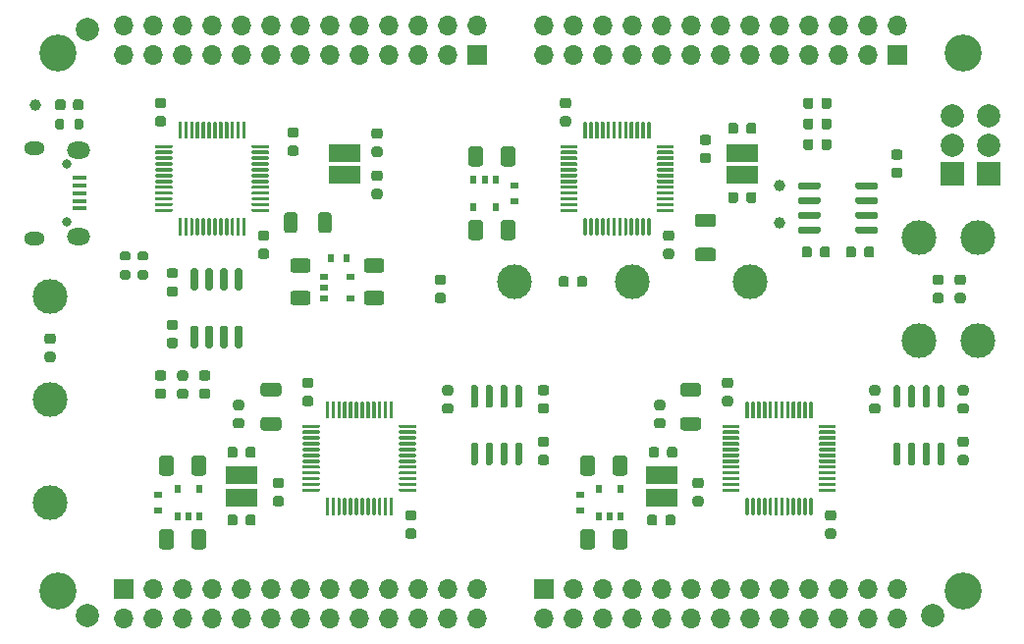
<source format=gbr>
G04 #@! TF.GenerationSoftware,KiCad,Pcbnew,(5.1.9)-1*
G04 #@! TF.CreationDate,2021-06-01T18:20:28+09:00*
G04 #@! TF.ProjectId,ramn,72616d6e-2e6b-4696-9361-645f70636258,rev?*
G04 #@! TF.SameCoordinates,Original*
G04 #@! TF.FileFunction,Soldermask,Top*
G04 #@! TF.FilePolarity,Negative*
%FSLAX46Y46*%
G04 Gerber Fmt 4.6, Leading zero omitted, Abs format (unit mm)*
G04 Created by KiCad (PCBNEW (5.1.9)-1) date 2021-06-01 18:20:28*
%MOMM*%
%LPD*%
G01*
G04 APERTURE LIST*
%ADD10R,0.700000X0.600000*%
%ADD11R,0.600000X0.700000*%
%ADD12C,2.000000*%
%ADD13R,2.000000X2.000000*%
%ADD14C,3.000000*%
%ADD15R,1.700000X1.700000*%
%ADD16O,1.700000X1.700000*%
%ADD17C,3.200000*%
%ADD18R,2.700000X1.500000*%
%ADD19C,1.000000*%
%ADD20R,0.510000X0.700000*%
%ADD21R,0.700000X0.510000*%
%ADD22O,0.800000X0.800000*%
%ADD23O,1.800000X1.150000*%
%ADD24O,2.000000X1.450000*%
%ADD25R,1.300000X0.450000*%
G04 APERTURE END LIST*
G36*
G01*
X45891000Y-53361000D02*
X45891000Y-52811000D01*
G75*
G02*
X46091000Y-52611000I200000J0D01*
G01*
X46491000Y-52611000D01*
G75*
G02*
X46691000Y-52811000I0J-200000D01*
G01*
X46691000Y-53361000D01*
G75*
G02*
X46491000Y-53561000I-200000J0D01*
G01*
X46091000Y-53561000D01*
G75*
G02*
X45891000Y-53361000I0J200000D01*
G01*
G37*
G36*
G01*
X44241000Y-53361000D02*
X44241000Y-52811000D01*
G75*
G02*
X44441000Y-52611000I200000J0D01*
G01*
X44841000Y-52611000D01*
G75*
G02*
X45041000Y-52811000I0J-200000D01*
G01*
X45041000Y-53361000D01*
G75*
G02*
X44841000Y-53561000I-200000J0D01*
G01*
X44441000Y-53561000D01*
G75*
G02*
X44241000Y-53361000I0J200000D01*
G01*
G37*
G36*
G01*
X45791000Y-51685000D02*
X45791000Y-51185000D01*
G75*
G02*
X46016000Y-50960000I225000J0D01*
G01*
X46466000Y-50960000D01*
G75*
G02*
X46691000Y-51185000I0J-225000D01*
G01*
X46691000Y-51685000D01*
G75*
G02*
X46466000Y-51910000I-225000J0D01*
G01*
X46016000Y-51910000D01*
G75*
G02*
X45791000Y-51685000I0J225000D01*
G01*
G37*
G36*
G01*
X44241000Y-51685000D02*
X44241000Y-51185000D01*
G75*
G02*
X44466000Y-50960000I225000J0D01*
G01*
X44916000Y-50960000D01*
G75*
G02*
X45141000Y-51185000I0J-225000D01*
G01*
X45141000Y-51685000D01*
G75*
G02*
X44916000Y-51910000I-225000J0D01*
G01*
X44466000Y-51910000D01*
G75*
G02*
X44241000Y-51685000I0J225000D01*
G01*
G37*
D10*
X83820000Y-58355000D03*
X83820000Y-59755000D03*
X89535000Y-86425000D03*
X89535000Y-85025000D03*
X53086000Y-86425000D03*
X53086000Y-85025000D03*
D11*
X68007000Y-64643000D03*
X69407000Y-64643000D03*
G36*
G01*
X99679999Y-63765000D02*
X100980001Y-63765000D01*
G75*
G02*
X101230000Y-64014999I0J-249999D01*
G01*
X101230000Y-64665001D01*
G75*
G02*
X100980001Y-64915000I-249999J0D01*
G01*
X99679999Y-64915000D01*
G75*
G02*
X99430000Y-64665001I0J249999D01*
G01*
X99430000Y-64014999D01*
G75*
G02*
X99679999Y-63765000I249999J0D01*
G01*
G37*
G36*
G01*
X99679999Y-60815000D02*
X100980001Y-60815000D01*
G75*
G02*
X101230000Y-61064999I0J-249999D01*
G01*
X101230000Y-61715001D01*
G75*
G02*
X100980001Y-61965000I-249999J0D01*
G01*
X99679999Y-61965000D01*
G75*
G02*
X99430000Y-61715001I0J249999D01*
G01*
X99430000Y-61064999D01*
G75*
G02*
X99679999Y-60815000I249999J0D01*
G01*
G37*
G36*
G01*
X99710001Y-76570000D02*
X98409999Y-76570000D01*
G75*
G02*
X98160000Y-76320001I0J249999D01*
G01*
X98160000Y-75669999D01*
G75*
G02*
X98409999Y-75420000I249999J0D01*
G01*
X99710001Y-75420000D01*
G75*
G02*
X99960000Y-75669999I0J-249999D01*
G01*
X99960000Y-76320001D01*
G75*
G02*
X99710001Y-76570000I-249999J0D01*
G01*
G37*
G36*
G01*
X99710001Y-79520000D02*
X98409999Y-79520000D01*
G75*
G02*
X98160000Y-79270001I0J249999D01*
G01*
X98160000Y-78619999D01*
G75*
G02*
X98409999Y-78370000I249999J0D01*
G01*
X99710001Y-78370000D01*
G75*
G02*
X99960000Y-78619999I0J-249999D01*
G01*
X99960000Y-79270001D01*
G75*
G02*
X99710001Y-79520000I-249999J0D01*
G01*
G37*
G36*
G01*
X63515001Y-76570000D02*
X62214999Y-76570000D01*
G75*
G02*
X61965000Y-76320001I0J249999D01*
G01*
X61965000Y-75669999D01*
G75*
G02*
X62214999Y-75420000I249999J0D01*
G01*
X63515001Y-75420000D01*
G75*
G02*
X63765000Y-75669999I0J-249999D01*
G01*
X63765000Y-76320001D01*
G75*
G02*
X63515001Y-76570000I-249999J0D01*
G01*
G37*
G36*
G01*
X63515001Y-79520000D02*
X62214999Y-79520000D01*
G75*
G02*
X61965000Y-79270001I0J249999D01*
G01*
X61965000Y-78619999D01*
G75*
G02*
X62214999Y-78370000I249999J0D01*
G01*
X63515001Y-78370000D01*
G75*
G02*
X63765000Y-78619999I0J-249999D01*
G01*
X63765000Y-79270001D01*
G75*
G02*
X63515001Y-79520000I-249999J0D01*
G01*
G37*
G36*
G01*
X66940000Y-62245001D02*
X66940000Y-60944999D01*
G75*
G02*
X67189999Y-60695000I249999J0D01*
G01*
X67840001Y-60695000D01*
G75*
G02*
X68090000Y-60944999I0J-249999D01*
G01*
X68090000Y-62245001D01*
G75*
G02*
X67840001Y-62495000I-249999J0D01*
G01*
X67189999Y-62495000D01*
G75*
G02*
X66940000Y-62245001I0J249999D01*
G01*
G37*
G36*
G01*
X63990000Y-62245001D02*
X63990000Y-60944999D01*
G75*
G02*
X64239999Y-60695000I249999J0D01*
G01*
X64890001Y-60695000D01*
G75*
G02*
X65140000Y-60944999I0J-249999D01*
G01*
X65140000Y-62245001D01*
G75*
G02*
X64890001Y-62495000I-249999J0D01*
G01*
X64239999Y-62495000D01*
G75*
G02*
X63990000Y-62245001I0J249999D01*
G01*
G37*
D12*
X46990000Y-44958000D03*
X119888000Y-95504000D03*
X46990000Y-95504000D03*
G36*
G01*
X50017000Y-64053000D02*
X50567000Y-64053000D01*
G75*
G02*
X50767000Y-64253000I0J-200000D01*
G01*
X50767000Y-64653000D01*
G75*
G02*
X50567000Y-64853000I-200000J0D01*
G01*
X50017000Y-64853000D01*
G75*
G02*
X49817000Y-64653000I0J200000D01*
G01*
X49817000Y-64253000D01*
G75*
G02*
X50017000Y-64053000I200000J0D01*
G01*
G37*
G36*
G01*
X50017000Y-65703000D02*
X50567000Y-65703000D01*
G75*
G02*
X50767000Y-65903000I0J-200000D01*
G01*
X50767000Y-66303000D01*
G75*
G02*
X50567000Y-66503000I-200000J0D01*
G01*
X50017000Y-66503000D01*
G75*
G02*
X49817000Y-66303000I0J200000D01*
G01*
X49817000Y-65903000D01*
G75*
G02*
X50017000Y-65703000I200000J0D01*
G01*
G37*
G36*
G01*
X52091000Y-66503000D02*
X51541000Y-66503000D01*
G75*
G02*
X51341000Y-66303000I0J200000D01*
G01*
X51341000Y-65903000D01*
G75*
G02*
X51541000Y-65703000I200000J0D01*
G01*
X52091000Y-65703000D01*
G75*
G02*
X52291000Y-65903000I0J-200000D01*
G01*
X52291000Y-66303000D01*
G75*
G02*
X52091000Y-66503000I-200000J0D01*
G01*
G37*
G36*
G01*
X52091000Y-64853000D02*
X51541000Y-64853000D01*
G75*
G02*
X51341000Y-64653000I0J200000D01*
G01*
X51341000Y-64253000D01*
G75*
G02*
X51541000Y-64053000I200000J0D01*
G01*
X52091000Y-64053000D01*
G75*
G02*
X52291000Y-64253000I0J-200000D01*
G01*
X52291000Y-64653000D01*
G75*
G02*
X52091000Y-64853000I-200000J0D01*
G01*
G37*
X121614000Y-52404000D03*
X124714000Y-52404000D03*
X121614000Y-54904000D03*
X124714000Y-54904000D03*
D13*
X121614000Y-57404000D03*
X124714000Y-57404000D03*
G36*
G01*
X77213750Y-67660000D02*
X77726250Y-67660000D01*
G75*
G02*
X77945000Y-67878750I0J-218750D01*
G01*
X77945000Y-68316250D01*
G75*
G02*
X77726250Y-68535000I-218750J0D01*
G01*
X77213750Y-68535000D01*
G75*
G02*
X76995000Y-68316250I0J218750D01*
G01*
X76995000Y-67878750D01*
G75*
G02*
X77213750Y-67660000I218750J0D01*
G01*
G37*
G36*
G01*
X77213750Y-66085000D02*
X77726250Y-66085000D01*
G75*
G02*
X77945000Y-66303750I0J-218750D01*
G01*
X77945000Y-66741250D01*
G75*
G02*
X77726250Y-66960000I-218750J0D01*
G01*
X77213750Y-66960000D01*
G75*
G02*
X76995000Y-66741250I0J218750D01*
G01*
X76995000Y-66303750D01*
G75*
G02*
X77213750Y-66085000I218750J0D01*
G01*
G37*
G36*
G01*
X96649250Y-77755000D02*
X96136750Y-77755000D01*
G75*
G02*
X95918000Y-77536250I0J218750D01*
G01*
X95918000Y-77098750D01*
G75*
G02*
X96136750Y-76880000I218750J0D01*
G01*
X96649250Y-76880000D01*
G75*
G02*
X96868000Y-77098750I0J-218750D01*
G01*
X96868000Y-77536250D01*
G75*
G02*
X96649250Y-77755000I-218750J0D01*
G01*
G37*
G36*
G01*
X96649250Y-79330000D02*
X96136750Y-79330000D01*
G75*
G02*
X95918000Y-79111250I0J218750D01*
G01*
X95918000Y-78673750D01*
G75*
G02*
X96136750Y-78455000I218750J0D01*
G01*
X96649250Y-78455000D01*
G75*
G02*
X96868000Y-78673750I0J-218750D01*
G01*
X96868000Y-79111250D01*
G75*
G02*
X96649250Y-79330000I-218750J0D01*
G01*
G37*
G36*
G01*
X60327250Y-79330000D02*
X59814750Y-79330000D01*
G75*
G02*
X59596000Y-79111250I0J218750D01*
G01*
X59596000Y-78673750D01*
G75*
G02*
X59814750Y-78455000I218750J0D01*
G01*
X60327250Y-78455000D01*
G75*
G02*
X60546000Y-78673750I0J-218750D01*
G01*
X60546000Y-79111250D01*
G75*
G02*
X60327250Y-79330000I-218750J0D01*
G01*
G37*
G36*
G01*
X60327250Y-77755000D02*
X59814750Y-77755000D01*
G75*
G02*
X59596000Y-77536250I0J218750D01*
G01*
X59596000Y-77098750D01*
G75*
G02*
X59814750Y-76880000I218750J0D01*
G01*
X60327250Y-76880000D01*
G75*
G02*
X60546000Y-77098750I0J-218750D01*
G01*
X60546000Y-77536250D01*
G75*
G02*
X60327250Y-77755000I-218750J0D01*
G01*
G37*
G36*
G01*
X74673750Y-87980000D02*
X75186250Y-87980000D01*
G75*
G02*
X75405000Y-88198750I0J-218750D01*
G01*
X75405000Y-88636250D01*
G75*
G02*
X75186250Y-88855000I-218750J0D01*
G01*
X74673750Y-88855000D01*
G75*
G02*
X74455000Y-88636250I0J218750D01*
G01*
X74455000Y-88198750D01*
G75*
G02*
X74673750Y-87980000I218750J0D01*
G01*
G37*
G36*
G01*
X74673750Y-86405000D02*
X75186250Y-86405000D01*
G75*
G02*
X75405000Y-86623750I0J-218750D01*
G01*
X75405000Y-87061250D01*
G75*
G02*
X75186250Y-87280000I-218750J0D01*
G01*
X74673750Y-87280000D01*
G75*
G02*
X74455000Y-87061250I0J218750D01*
G01*
X74455000Y-86623750D01*
G75*
G02*
X74673750Y-86405000I218750J0D01*
G01*
G37*
G36*
G01*
X65585000Y-79240000D02*
X65585000Y-79090000D01*
G75*
G02*
X65660000Y-79015000I75000J0D01*
G01*
X66985000Y-79015000D01*
G75*
G02*
X67060000Y-79090000I0J-75000D01*
G01*
X67060000Y-79240000D01*
G75*
G02*
X66985000Y-79315000I-75000J0D01*
G01*
X65660000Y-79315000D01*
G75*
G02*
X65585000Y-79240000I0J75000D01*
G01*
G37*
G36*
G01*
X65585000Y-79740000D02*
X65585000Y-79590000D01*
G75*
G02*
X65660000Y-79515000I75000J0D01*
G01*
X66985000Y-79515000D01*
G75*
G02*
X67060000Y-79590000I0J-75000D01*
G01*
X67060000Y-79740000D01*
G75*
G02*
X66985000Y-79815000I-75000J0D01*
G01*
X65660000Y-79815000D01*
G75*
G02*
X65585000Y-79740000I0J75000D01*
G01*
G37*
G36*
G01*
X65585000Y-80240000D02*
X65585000Y-80090000D01*
G75*
G02*
X65660000Y-80015000I75000J0D01*
G01*
X66985000Y-80015000D01*
G75*
G02*
X67060000Y-80090000I0J-75000D01*
G01*
X67060000Y-80240000D01*
G75*
G02*
X66985000Y-80315000I-75000J0D01*
G01*
X65660000Y-80315000D01*
G75*
G02*
X65585000Y-80240000I0J75000D01*
G01*
G37*
G36*
G01*
X65585000Y-80740000D02*
X65585000Y-80590000D01*
G75*
G02*
X65660000Y-80515000I75000J0D01*
G01*
X66985000Y-80515000D01*
G75*
G02*
X67060000Y-80590000I0J-75000D01*
G01*
X67060000Y-80740000D01*
G75*
G02*
X66985000Y-80815000I-75000J0D01*
G01*
X65660000Y-80815000D01*
G75*
G02*
X65585000Y-80740000I0J75000D01*
G01*
G37*
G36*
G01*
X65585000Y-81240000D02*
X65585000Y-81090000D01*
G75*
G02*
X65660000Y-81015000I75000J0D01*
G01*
X66985000Y-81015000D01*
G75*
G02*
X67060000Y-81090000I0J-75000D01*
G01*
X67060000Y-81240000D01*
G75*
G02*
X66985000Y-81315000I-75000J0D01*
G01*
X65660000Y-81315000D01*
G75*
G02*
X65585000Y-81240000I0J75000D01*
G01*
G37*
G36*
G01*
X65585000Y-81740000D02*
X65585000Y-81590000D01*
G75*
G02*
X65660000Y-81515000I75000J0D01*
G01*
X66985000Y-81515000D01*
G75*
G02*
X67060000Y-81590000I0J-75000D01*
G01*
X67060000Y-81740000D01*
G75*
G02*
X66985000Y-81815000I-75000J0D01*
G01*
X65660000Y-81815000D01*
G75*
G02*
X65585000Y-81740000I0J75000D01*
G01*
G37*
G36*
G01*
X65585000Y-82240000D02*
X65585000Y-82090000D01*
G75*
G02*
X65660000Y-82015000I75000J0D01*
G01*
X66985000Y-82015000D01*
G75*
G02*
X67060000Y-82090000I0J-75000D01*
G01*
X67060000Y-82240000D01*
G75*
G02*
X66985000Y-82315000I-75000J0D01*
G01*
X65660000Y-82315000D01*
G75*
G02*
X65585000Y-82240000I0J75000D01*
G01*
G37*
G36*
G01*
X65585000Y-82740000D02*
X65585000Y-82590000D01*
G75*
G02*
X65660000Y-82515000I75000J0D01*
G01*
X66985000Y-82515000D01*
G75*
G02*
X67060000Y-82590000I0J-75000D01*
G01*
X67060000Y-82740000D01*
G75*
G02*
X66985000Y-82815000I-75000J0D01*
G01*
X65660000Y-82815000D01*
G75*
G02*
X65585000Y-82740000I0J75000D01*
G01*
G37*
G36*
G01*
X65585000Y-83240000D02*
X65585000Y-83090000D01*
G75*
G02*
X65660000Y-83015000I75000J0D01*
G01*
X66985000Y-83015000D01*
G75*
G02*
X67060000Y-83090000I0J-75000D01*
G01*
X67060000Y-83240000D01*
G75*
G02*
X66985000Y-83315000I-75000J0D01*
G01*
X65660000Y-83315000D01*
G75*
G02*
X65585000Y-83240000I0J75000D01*
G01*
G37*
G36*
G01*
X65585000Y-83740000D02*
X65585000Y-83590000D01*
G75*
G02*
X65660000Y-83515000I75000J0D01*
G01*
X66985000Y-83515000D01*
G75*
G02*
X67060000Y-83590000I0J-75000D01*
G01*
X67060000Y-83740000D01*
G75*
G02*
X66985000Y-83815000I-75000J0D01*
G01*
X65660000Y-83815000D01*
G75*
G02*
X65585000Y-83740000I0J75000D01*
G01*
G37*
G36*
G01*
X65585000Y-84240000D02*
X65585000Y-84090000D01*
G75*
G02*
X65660000Y-84015000I75000J0D01*
G01*
X66985000Y-84015000D01*
G75*
G02*
X67060000Y-84090000I0J-75000D01*
G01*
X67060000Y-84240000D01*
G75*
G02*
X66985000Y-84315000I-75000J0D01*
G01*
X65660000Y-84315000D01*
G75*
G02*
X65585000Y-84240000I0J75000D01*
G01*
G37*
G36*
G01*
X65585000Y-84740000D02*
X65585000Y-84590000D01*
G75*
G02*
X65660000Y-84515000I75000J0D01*
G01*
X66985000Y-84515000D01*
G75*
G02*
X67060000Y-84590000I0J-75000D01*
G01*
X67060000Y-84740000D01*
G75*
G02*
X66985000Y-84815000I-75000J0D01*
G01*
X65660000Y-84815000D01*
G75*
G02*
X65585000Y-84740000I0J75000D01*
G01*
G37*
G36*
G01*
X67585000Y-86740000D02*
X67585000Y-85415000D01*
G75*
G02*
X67660000Y-85340000I75000J0D01*
G01*
X67810000Y-85340000D01*
G75*
G02*
X67885000Y-85415000I0J-75000D01*
G01*
X67885000Y-86740000D01*
G75*
G02*
X67810000Y-86815000I-75000J0D01*
G01*
X67660000Y-86815000D01*
G75*
G02*
X67585000Y-86740000I0J75000D01*
G01*
G37*
G36*
G01*
X68085000Y-86740000D02*
X68085000Y-85415000D01*
G75*
G02*
X68160000Y-85340000I75000J0D01*
G01*
X68310000Y-85340000D01*
G75*
G02*
X68385000Y-85415000I0J-75000D01*
G01*
X68385000Y-86740000D01*
G75*
G02*
X68310000Y-86815000I-75000J0D01*
G01*
X68160000Y-86815000D01*
G75*
G02*
X68085000Y-86740000I0J75000D01*
G01*
G37*
G36*
G01*
X68585000Y-86740000D02*
X68585000Y-85415000D01*
G75*
G02*
X68660000Y-85340000I75000J0D01*
G01*
X68810000Y-85340000D01*
G75*
G02*
X68885000Y-85415000I0J-75000D01*
G01*
X68885000Y-86740000D01*
G75*
G02*
X68810000Y-86815000I-75000J0D01*
G01*
X68660000Y-86815000D01*
G75*
G02*
X68585000Y-86740000I0J75000D01*
G01*
G37*
G36*
G01*
X69085000Y-86740000D02*
X69085000Y-85415000D01*
G75*
G02*
X69160000Y-85340000I75000J0D01*
G01*
X69310000Y-85340000D01*
G75*
G02*
X69385000Y-85415000I0J-75000D01*
G01*
X69385000Y-86740000D01*
G75*
G02*
X69310000Y-86815000I-75000J0D01*
G01*
X69160000Y-86815000D01*
G75*
G02*
X69085000Y-86740000I0J75000D01*
G01*
G37*
G36*
G01*
X69585000Y-86740000D02*
X69585000Y-85415000D01*
G75*
G02*
X69660000Y-85340000I75000J0D01*
G01*
X69810000Y-85340000D01*
G75*
G02*
X69885000Y-85415000I0J-75000D01*
G01*
X69885000Y-86740000D01*
G75*
G02*
X69810000Y-86815000I-75000J0D01*
G01*
X69660000Y-86815000D01*
G75*
G02*
X69585000Y-86740000I0J75000D01*
G01*
G37*
G36*
G01*
X70085000Y-86740000D02*
X70085000Y-85415000D01*
G75*
G02*
X70160000Y-85340000I75000J0D01*
G01*
X70310000Y-85340000D01*
G75*
G02*
X70385000Y-85415000I0J-75000D01*
G01*
X70385000Y-86740000D01*
G75*
G02*
X70310000Y-86815000I-75000J0D01*
G01*
X70160000Y-86815000D01*
G75*
G02*
X70085000Y-86740000I0J75000D01*
G01*
G37*
G36*
G01*
X70585000Y-86740000D02*
X70585000Y-85415000D01*
G75*
G02*
X70660000Y-85340000I75000J0D01*
G01*
X70810000Y-85340000D01*
G75*
G02*
X70885000Y-85415000I0J-75000D01*
G01*
X70885000Y-86740000D01*
G75*
G02*
X70810000Y-86815000I-75000J0D01*
G01*
X70660000Y-86815000D01*
G75*
G02*
X70585000Y-86740000I0J75000D01*
G01*
G37*
G36*
G01*
X71085000Y-86740000D02*
X71085000Y-85415000D01*
G75*
G02*
X71160000Y-85340000I75000J0D01*
G01*
X71310000Y-85340000D01*
G75*
G02*
X71385000Y-85415000I0J-75000D01*
G01*
X71385000Y-86740000D01*
G75*
G02*
X71310000Y-86815000I-75000J0D01*
G01*
X71160000Y-86815000D01*
G75*
G02*
X71085000Y-86740000I0J75000D01*
G01*
G37*
G36*
G01*
X71585000Y-86740000D02*
X71585000Y-85415000D01*
G75*
G02*
X71660000Y-85340000I75000J0D01*
G01*
X71810000Y-85340000D01*
G75*
G02*
X71885000Y-85415000I0J-75000D01*
G01*
X71885000Y-86740000D01*
G75*
G02*
X71810000Y-86815000I-75000J0D01*
G01*
X71660000Y-86815000D01*
G75*
G02*
X71585000Y-86740000I0J75000D01*
G01*
G37*
G36*
G01*
X72085000Y-86740000D02*
X72085000Y-85415000D01*
G75*
G02*
X72160000Y-85340000I75000J0D01*
G01*
X72310000Y-85340000D01*
G75*
G02*
X72385000Y-85415000I0J-75000D01*
G01*
X72385000Y-86740000D01*
G75*
G02*
X72310000Y-86815000I-75000J0D01*
G01*
X72160000Y-86815000D01*
G75*
G02*
X72085000Y-86740000I0J75000D01*
G01*
G37*
G36*
G01*
X72585000Y-86740000D02*
X72585000Y-85415000D01*
G75*
G02*
X72660000Y-85340000I75000J0D01*
G01*
X72810000Y-85340000D01*
G75*
G02*
X72885000Y-85415000I0J-75000D01*
G01*
X72885000Y-86740000D01*
G75*
G02*
X72810000Y-86815000I-75000J0D01*
G01*
X72660000Y-86815000D01*
G75*
G02*
X72585000Y-86740000I0J75000D01*
G01*
G37*
G36*
G01*
X73085000Y-86740000D02*
X73085000Y-85415000D01*
G75*
G02*
X73160000Y-85340000I75000J0D01*
G01*
X73310000Y-85340000D01*
G75*
G02*
X73385000Y-85415000I0J-75000D01*
G01*
X73385000Y-86740000D01*
G75*
G02*
X73310000Y-86815000I-75000J0D01*
G01*
X73160000Y-86815000D01*
G75*
G02*
X73085000Y-86740000I0J75000D01*
G01*
G37*
G36*
G01*
X73910000Y-84740000D02*
X73910000Y-84590000D01*
G75*
G02*
X73985000Y-84515000I75000J0D01*
G01*
X75310000Y-84515000D01*
G75*
G02*
X75385000Y-84590000I0J-75000D01*
G01*
X75385000Y-84740000D01*
G75*
G02*
X75310000Y-84815000I-75000J0D01*
G01*
X73985000Y-84815000D01*
G75*
G02*
X73910000Y-84740000I0J75000D01*
G01*
G37*
G36*
G01*
X73910000Y-84240000D02*
X73910000Y-84090000D01*
G75*
G02*
X73985000Y-84015000I75000J0D01*
G01*
X75310000Y-84015000D01*
G75*
G02*
X75385000Y-84090000I0J-75000D01*
G01*
X75385000Y-84240000D01*
G75*
G02*
X75310000Y-84315000I-75000J0D01*
G01*
X73985000Y-84315000D01*
G75*
G02*
X73910000Y-84240000I0J75000D01*
G01*
G37*
G36*
G01*
X73910000Y-83740000D02*
X73910000Y-83590000D01*
G75*
G02*
X73985000Y-83515000I75000J0D01*
G01*
X75310000Y-83515000D01*
G75*
G02*
X75385000Y-83590000I0J-75000D01*
G01*
X75385000Y-83740000D01*
G75*
G02*
X75310000Y-83815000I-75000J0D01*
G01*
X73985000Y-83815000D01*
G75*
G02*
X73910000Y-83740000I0J75000D01*
G01*
G37*
G36*
G01*
X73910000Y-83240000D02*
X73910000Y-83090000D01*
G75*
G02*
X73985000Y-83015000I75000J0D01*
G01*
X75310000Y-83015000D01*
G75*
G02*
X75385000Y-83090000I0J-75000D01*
G01*
X75385000Y-83240000D01*
G75*
G02*
X75310000Y-83315000I-75000J0D01*
G01*
X73985000Y-83315000D01*
G75*
G02*
X73910000Y-83240000I0J75000D01*
G01*
G37*
G36*
G01*
X73910000Y-82740000D02*
X73910000Y-82590000D01*
G75*
G02*
X73985000Y-82515000I75000J0D01*
G01*
X75310000Y-82515000D01*
G75*
G02*
X75385000Y-82590000I0J-75000D01*
G01*
X75385000Y-82740000D01*
G75*
G02*
X75310000Y-82815000I-75000J0D01*
G01*
X73985000Y-82815000D01*
G75*
G02*
X73910000Y-82740000I0J75000D01*
G01*
G37*
G36*
G01*
X73910000Y-82240000D02*
X73910000Y-82090000D01*
G75*
G02*
X73985000Y-82015000I75000J0D01*
G01*
X75310000Y-82015000D01*
G75*
G02*
X75385000Y-82090000I0J-75000D01*
G01*
X75385000Y-82240000D01*
G75*
G02*
X75310000Y-82315000I-75000J0D01*
G01*
X73985000Y-82315000D01*
G75*
G02*
X73910000Y-82240000I0J75000D01*
G01*
G37*
G36*
G01*
X73910000Y-81740000D02*
X73910000Y-81590000D01*
G75*
G02*
X73985000Y-81515000I75000J0D01*
G01*
X75310000Y-81515000D01*
G75*
G02*
X75385000Y-81590000I0J-75000D01*
G01*
X75385000Y-81740000D01*
G75*
G02*
X75310000Y-81815000I-75000J0D01*
G01*
X73985000Y-81815000D01*
G75*
G02*
X73910000Y-81740000I0J75000D01*
G01*
G37*
G36*
G01*
X73910000Y-81240000D02*
X73910000Y-81090000D01*
G75*
G02*
X73985000Y-81015000I75000J0D01*
G01*
X75310000Y-81015000D01*
G75*
G02*
X75385000Y-81090000I0J-75000D01*
G01*
X75385000Y-81240000D01*
G75*
G02*
X75310000Y-81315000I-75000J0D01*
G01*
X73985000Y-81315000D01*
G75*
G02*
X73910000Y-81240000I0J75000D01*
G01*
G37*
G36*
G01*
X73910000Y-80740000D02*
X73910000Y-80590000D01*
G75*
G02*
X73985000Y-80515000I75000J0D01*
G01*
X75310000Y-80515000D01*
G75*
G02*
X75385000Y-80590000I0J-75000D01*
G01*
X75385000Y-80740000D01*
G75*
G02*
X75310000Y-80815000I-75000J0D01*
G01*
X73985000Y-80815000D01*
G75*
G02*
X73910000Y-80740000I0J75000D01*
G01*
G37*
G36*
G01*
X73910000Y-80240000D02*
X73910000Y-80090000D01*
G75*
G02*
X73985000Y-80015000I75000J0D01*
G01*
X75310000Y-80015000D01*
G75*
G02*
X75385000Y-80090000I0J-75000D01*
G01*
X75385000Y-80240000D01*
G75*
G02*
X75310000Y-80315000I-75000J0D01*
G01*
X73985000Y-80315000D01*
G75*
G02*
X73910000Y-80240000I0J75000D01*
G01*
G37*
G36*
G01*
X73910000Y-79740000D02*
X73910000Y-79590000D01*
G75*
G02*
X73985000Y-79515000I75000J0D01*
G01*
X75310000Y-79515000D01*
G75*
G02*
X75385000Y-79590000I0J-75000D01*
G01*
X75385000Y-79740000D01*
G75*
G02*
X75310000Y-79815000I-75000J0D01*
G01*
X73985000Y-79815000D01*
G75*
G02*
X73910000Y-79740000I0J75000D01*
G01*
G37*
G36*
G01*
X73910000Y-79240000D02*
X73910000Y-79090000D01*
G75*
G02*
X73985000Y-79015000I75000J0D01*
G01*
X75310000Y-79015000D01*
G75*
G02*
X75385000Y-79090000I0J-75000D01*
G01*
X75385000Y-79240000D01*
G75*
G02*
X75310000Y-79315000I-75000J0D01*
G01*
X73985000Y-79315000D01*
G75*
G02*
X73910000Y-79240000I0J75000D01*
G01*
G37*
G36*
G01*
X73085000Y-78415000D02*
X73085000Y-77090000D01*
G75*
G02*
X73160000Y-77015000I75000J0D01*
G01*
X73310000Y-77015000D01*
G75*
G02*
X73385000Y-77090000I0J-75000D01*
G01*
X73385000Y-78415000D01*
G75*
G02*
X73310000Y-78490000I-75000J0D01*
G01*
X73160000Y-78490000D01*
G75*
G02*
X73085000Y-78415000I0J75000D01*
G01*
G37*
G36*
G01*
X72585000Y-78415000D02*
X72585000Y-77090000D01*
G75*
G02*
X72660000Y-77015000I75000J0D01*
G01*
X72810000Y-77015000D01*
G75*
G02*
X72885000Y-77090000I0J-75000D01*
G01*
X72885000Y-78415000D01*
G75*
G02*
X72810000Y-78490000I-75000J0D01*
G01*
X72660000Y-78490000D01*
G75*
G02*
X72585000Y-78415000I0J75000D01*
G01*
G37*
G36*
G01*
X72085000Y-78415000D02*
X72085000Y-77090000D01*
G75*
G02*
X72160000Y-77015000I75000J0D01*
G01*
X72310000Y-77015000D01*
G75*
G02*
X72385000Y-77090000I0J-75000D01*
G01*
X72385000Y-78415000D01*
G75*
G02*
X72310000Y-78490000I-75000J0D01*
G01*
X72160000Y-78490000D01*
G75*
G02*
X72085000Y-78415000I0J75000D01*
G01*
G37*
G36*
G01*
X71585000Y-78415000D02*
X71585000Y-77090000D01*
G75*
G02*
X71660000Y-77015000I75000J0D01*
G01*
X71810000Y-77015000D01*
G75*
G02*
X71885000Y-77090000I0J-75000D01*
G01*
X71885000Y-78415000D01*
G75*
G02*
X71810000Y-78490000I-75000J0D01*
G01*
X71660000Y-78490000D01*
G75*
G02*
X71585000Y-78415000I0J75000D01*
G01*
G37*
G36*
G01*
X71085000Y-78415000D02*
X71085000Y-77090000D01*
G75*
G02*
X71160000Y-77015000I75000J0D01*
G01*
X71310000Y-77015000D01*
G75*
G02*
X71385000Y-77090000I0J-75000D01*
G01*
X71385000Y-78415000D01*
G75*
G02*
X71310000Y-78490000I-75000J0D01*
G01*
X71160000Y-78490000D01*
G75*
G02*
X71085000Y-78415000I0J75000D01*
G01*
G37*
G36*
G01*
X70585000Y-78415000D02*
X70585000Y-77090000D01*
G75*
G02*
X70660000Y-77015000I75000J0D01*
G01*
X70810000Y-77015000D01*
G75*
G02*
X70885000Y-77090000I0J-75000D01*
G01*
X70885000Y-78415000D01*
G75*
G02*
X70810000Y-78490000I-75000J0D01*
G01*
X70660000Y-78490000D01*
G75*
G02*
X70585000Y-78415000I0J75000D01*
G01*
G37*
G36*
G01*
X70085000Y-78415000D02*
X70085000Y-77090000D01*
G75*
G02*
X70160000Y-77015000I75000J0D01*
G01*
X70310000Y-77015000D01*
G75*
G02*
X70385000Y-77090000I0J-75000D01*
G01*
X70385000Y-78415000D01*
G75*
G02*
X70310000Y-78490000I-75000J0D01*
G01*
X70160000Y-78490000D01*
G75*
G02*
X70085000Y-78415000I0J75000D01*
G01*
G37*
G36*
G01*
X69585000Y-78415000D02*
X69585000Y-77090000D01*
G75*
G02*
X69660000Y-77015000I75000J0D01*
G01*
X69810000Y-77015000D01*
G75*
G02*
X69885000Y-77090000I0J-75000D01*
G01*
X69885000Y-78415000D01*
G75*
G02*
X69810000Y-78490000I-75000J0D01*
G01*
X69660000Y-78490000D01*
G75*
G02*
X69585000Y-78415000I0J75000D01*
G01*
G37*
G36*
G01*
X69085000Y-78415000D02*
X69085000Y-77090000D01*
G75*
G02*
X69160000Y-77015000I75000J0D01*
G01*
X69310000Y-77015000D01*
G75*
G02*
X69385000Y-77090000I0J-75000D01*
G01*
X69385000Y-78415000D01*
G75*
G02*
X69310000Y-78490000I-75000J0D01*
G01*
X69160000Y-78490000D01*
G75*
G02*
X69085000Y-78415000I0J75000D01*
G01*
G37*
G36*
G01*
X68585000Y-78415000D02*
X68585000Y-77090000D01*
G75*
G02*
X68660000Y-77015000I75000J0D01*
G01*
X68810000Y-77015000D01*
G75*
G02*
X68885000Y-77090000I0J-75000D01*
G01*
X68885000Y-78415000D01*
G75*
G02*
X68810000Y-78490000I-75000J0D01*
G01*
X68660000Y-78490000D01*
G75*
G02*
X68585000Y-78415000I0J75000D01*
G01*
G37*
G36*
G01*
X68085000Y-78415000D02*
X68085000Y-77090000D01*
G75*
G02*
X68160000Y-77015000I75000J0D01*
G01*
X68310000Y-77015000D01*
G75*
G02*
X68385000Y-77090000I0J-75000D01*
G01*
X68385000Y-78415000D01*
G75*
G02*
X68310000Y-78490000I-75000J0D01*
G01*
X68160000Y-78490000D01*
G75*
G02*
X68085000Y-78415000I0J75000D01*
G01*
G37*
G36*
G01*
X67585000Y-78415000D02*
X67585000Y-77090000D01*
G75*
G02*
X67660000Y-77015000I75000J0D01*
G01*
X67810000Y-77015000D01*
G75*
G02*
X67885000Y-77090000I0J-75000D01*
G01*
X67885000Y-78415000D01*
G75*
G02*
X67810000Y-78490000I-75000J0D01*
G01*
X67660000Y-78490000D01*
G75*
G02*
X67585000Y-78415000I0J75000D01*
G01*
G37*
D14*
X43815000Y-85725000D03*
D15*
X86360000Y-93218000D03*
D16*
X86360000Y-95758000D03*
X88900000Y-93218000D03*
X88900000Y-95758000D03*
X91440000Y-93218000D03*
X91440000Y-95758000D03*
X93980000Y-93218000D03*
X93980000Y-95758000D03*
X96520000Y-93218000D03*
X96520000Y-95758000D03*
X99060000Y-93218000D03*
X99060000Y-95758000D03*
X101600000Y-93218000D03*
X101600000Y-95758000D03*
X104140000Y-93218000D03*
X104140000Y-95758000D03*
X106680000Y-93218000D03*
X106680000Y-95758000D03*
X109220000Y-93218000D03*
X109220000Y-95758000D03*
X111760000Y-93218000D03*
X111760000Y-95758000D03*
X114300000Y-93218000D03*
X114300000Y-95758000D03*
X116840000Y-93218000D03*
X116840000Y-95758000D03*
D15*
X50165000Y-93218000D03*
D16*
X50165000Y-95758000D03*
X52705000Y-93218000D03*
X52705000Y-95758000D03*
X55245000Y-93218000D03*
X55245000Y-95758000D03*
X57785000Y-93218000D03*
X57785000Y-95758000D03*
X60325000Y-93218000D03*
X60325000Y-95758000D03*
X62865000Y-93218000D03*
X62865000Y-95758000D03*
X65405000Y-93218000D03*
X65405000Y-95758000D03*
X67945000Y-93218000D03*
X67945000Y-95758000D03*
X70485000Y-93218000D03*
X70485000Y-95758000D03*
X73025000Y-93218000D03*
X73025000Y-95758000D03*
X75565000Y-93218000D03*
X75565000Y-95758000D03*
X78105000Y-93218000D03*
X78105000Y-95758000D03*
X80645000Y-93218000D03*
X80645000Y-95758000D03*
D15*
X116840000Y-47117000D03*
D16*
X116840000Y-44577000D03*
X114300000Y-47117000D03*
X114300000Y-44577000D03*
X111760000Y-47117000D03*
X111760000Y-44577000D03*
X109220000Y-47117000D03*
X109220000Y-44577000D03*
X106680000Y-47117000D03*
X106680000Y-44577000D03*
X104140000Y-47117000D03*
X104140000Y-44577000D03*
X101600000Y-47117000D03*
X101600000Y-44577000D03*
X99060000Y-47117000D03*
X99060000Y-44577000D03*
X96520000Y-47117000D03*
X96520000Y-44577000D03*
X93980000Y-47117000D03*
X93980000Y-44577000D03*
X91440000Y-47117000D03*
X91440000Y-44577000D03*
X88900000Y-47117000D03*
X88900000Y-44577000D03*
X86360000Y-47117000D03*
X86360000Y-44577000D03*
D17*
X122555000Y-46990000D03*
X44450000Y-93345000D03*
D16*
X50165000Y-44577000D03*
X50165000Y-47117000D03*
X52705000Y-44577000D03*
X52705000Y-47117000D03*
X55245000Y-44577000D03*
X55245000Y-47117000D03*
X57785000Y-44577000D03*
X57785000Y-47117000D03*
X60325000Y-44577000D03*
X60325000Y-47117000D03*
X62865000Y-44577000D03*
X62865000Y-47117000D03*
X65405000Y-44577000D03*
X65405000Y-47117000D03*
X67945000Y-44577000D03*
X67945000Y-47117000D03*
X70485000Y-44577000D03*
X70485000Y-47117000D03*
X73025000Y-44577000D03*
X73025000Y-47117000D03*
X75565000Y-44577000D03*
X75565000Y-47117000D03*
X78105000Y-44577000D03*
X78105000Y-47117000D03*
X80645000Y-44577000D03*
D15*
X80645000Y-47117000D03*
D18*
X103505000Y-57465000D03*
X103505000Y-55565000D03*
X96520000Y-83378000D03*
X96520000Y-85278000D03*
X60325000Y-85278000D03*
X60325000Y-83378000D03*
X69215000Y-55565000D03*
X69215000Y-57465000D03*
D19*
X106680000Y-61595000D03*
X106680000Y-58420000D03*
G36*
G01*
X103780000Y-78415000D02*
X103780000Y-77090000D01*
G75*
G02*
X103855000Y-77015000I75000J0D01*
G01*
X104005000Y-77015000D01*
G75*
G02*
X104080000Y-77090000I0J-75000D01*
G01*
X104080000Y-78415000D01*
G75*
G02*
X104005000Y-78490000I-75000J0D01*
G01*
X103855000Y-78490000D01*
G75*
G02*
X103780000Y-78415000I0J75000D01*
G01*
G37*
G36*
G01*
X104280000Y-78415000D02*
X104280000Y-77090000D01*
G75*
G02*
X104355000Y-77015000I75000J0D01*
G01*
X104505000Y-77015000D01*
G75*
G02*
X104580000Y-77090000I0J-75000D01*
G01*
X104580000Y-78415000D01*
G75*
G02*
X104505000Y-78490000I-75000J0D01*
G01*
X104355000Y-78490000D01*
G75*
G02*
X104280000Y-78415000I0J75000D01*
G01*
G37*
G36*
G01*
X104780000Y-78415000D02*
X104780000Y-77090000D01*
G75*
G02*
X104855000Y-77015000I75000J0D01*
G01*
X105005000Y-77015000D01*
G75*
G02*
X105080000Y-77090000I0J-75000D01*
G01*
X105080000Y-78415000D01*
G75*
G02*
X105005000Y-78490000I-75000J0D01*
G01*
X104855000Y-78490000D01*
G75*
G02*
X104780000Y-78415000I0J75000D01*
G01*
G37*
G36*
G01*
X105280000Y-78415000D02*
X105280000Y-77090000D01*
G75*
G02*
X105355000Y-77015000I75000J0D01*
G01*
X105505000Y-77015000D01*
G75*
G02*
X105580000Y-77090000I0J-75000D01*
G01*
X105580000Y-78415000D01*
G75*
G02*
X105505000Y-78490000I-75000J0D01*
G01*
X105355000Y-78490000D01*
G75*
G02*
X105280000Y-78415000I0J75000D01*
G01*
G37*
G36*
G01*
X105780000Y-78415000D02*
X105780000Y-77090000D01*
G75*
G02*
X105855000Y-77015000I75000J0D01*
G01*
X106005000Y-77015000D01*
G75*
G02*
X106080000Y-77090000I0J-75000D01*
G01*
X106080000Y-78415000D01*
G75*
G02*
X106005000Y-78490000I-75000J0D01*
G01*
X105855000Y-78490000D01*
G75*
G02*
X105780000Y-78415000I0J75000D01*
G01*
G37*
G36*
G01*
X106280000Y-78415000D02*
X106280000Y-77090000D01*
G75*
G02*
X106355000Y-77015000I75000J0D01*
G01*
X106505000Y-77015000D01*
G75*
G02*
X106580000Y-77090000I0J-75000D01*
G01*
X106580000Y-78415000D01*
G75*
G02*
X106505000Y-78490000I-75000J0D01*
G01*
X106355000Y-78490000D01*
G75*
G02*
X106280000Y-78415000I0J75000D01*
G01*
G37*
G36*
G01*
X106780000Y-78415000D02*
X106780000Y-77090000D01*
G75*
G02*
X106855000Y-77015000I75000J0D01*
G01*
X107005000Y-77015000D01*
G75*
G02*
X107080000Y-77090000I0J-75000D01*
G01*
X107080000Y-78415000D01*
G75*
G02*
X107005000Y-78490000I-75000J0D01*
G01*
X106855000Y-78490000D01*
G75*
G02*
X106780000Y-78415000I0J75000D01*
G01*
G37*
G36*
G01*
X107280000Y-78415000D02*
X107280000Y-77090000D01*
G75*
G02*
X107355000Y-77015000I75000J0D01*
G01*
X107505000Y-77015000D01*
G75*
G02*
X107580000Y-77090000I0J-75000D01*
G01*
X107580000Y-78415000D01*
G75*
G02*
X107505000Y-78490000I-75000J0D01*
G01*
X107355000Y-78490000D01*
G75*
G02*
X107280000Y-78415000I0J75000D01*
G01*
G37*
G36*
G01*
X107780000Y-78415000D02*
X107780000Y-77090000D01*
G75*
G02*
X107855000Y-77015000I75000J0D01*
G01*
X108005000Y-77015000D01*
G75*
G02*
X108080000Y-77090000I0J-75000D01*
G01*
X108080000Y-78415000D01*
G75*
G02*
X108005000Y-78490000I-75000J0D01*
G01*
X107855000Y-78490000D01*
G75*
G02*
X107780000Y-78415000I0J75000D01*
G01*
G37*
G36*
G01*
X108280000Y-78415000D02*
X108280000Y-77090000D01*
G75*
G02*
X108355000Y-77015000I75000J0D01*
G01*
X108505000Y-77015000D01*
G75*
G02*
X108580000Y-77090000I0J-75000D01*
G01*
X108580000Y-78415000D01*
G75*
G02*
X108505000Y-78490000I-75000J0D01*
G01*
X108355000Y-78490000D01*
G75*
G02*
X108280000Y-78415000I0J75000D01*
G01*
G37*
G36*
G01*
X108780000Y-78415000D02*
X108780000Y-77090000D01*
G75*
G02*
X108855000Y-77015000I75000J0D01*
G01*
X109005000Y-77015000D01*
G75*
G02*
X109080000Y-77090000I0J-75000D01*
G01*
X109080000Y-78415000D01*
G75*
G02*
X109005000Y-78490000I-75000J0D01*
G01*
X108855000Y-78490000D01*
G75*
G02*
X108780000Y-78415000I0J75000D01*
G01*
G37*
G36*
G01*
X109280000Y-78415000D02*
X109280000Y-77090000D01*
G75*
G02*
X109355000Y-77015000I75000J0D01*
G01*
X109505000Y-77015000D01*
G75*
G02*
X109580000Y-77090000I0J-75000D01*
G01*
X109580000Y-78415000D01*
G75*
G02*
X109505000Y-78490000I-75000J0D01*
G01*
X109355000Y-78490000D01*
G75*
G02*
X109280000Y-78415000I0J75000D01*
G01*
G37*
G36*
G01*
X110105000Y-79240000D02*
X110105000Y-79090000D01*
G75*
G02*
X110180000Y-79015000I75000J0D01*
G01*
X111505000Y-79015000D01*
G75*
G02*
X111580000Y-79090000I0J-75000D01*
G01*
X111580000Y-79240000D01*
G75*
G02*
X111505000Y-79315000I-75000J0D01*
G01*
X110180000Y-79315000D01*
G75*
G02*
X110105000Y-79240000I0J75000D01*
G01*
G37*
G36*
G01*
X110105000Y-79740000D02*
X110105000Y-79590000D01*
G75*
G02*
X110180000Y-79515000I75000J0D01*
G01*
X111505000Y-79515000D01*
G75*
G02*
X111580000Y-79590000I0J-75000D01*
G01*
X111580000Y-79740000D01*
G75*
G02*
X111505000Y-79815000I-75000J0D01*
G01*
X110180000Y-79815000D01*
G75*
G02*
X110105000Y-79740000I0J75000D01*
G01*
G37*
G36*
G01*
X110105000Y-80240000D02*
X110105000Y-80090000D01*
G75*
G02*
X110180000Y-80015000I75000J0D01*
G01*
X111505000Y-80015000D01*
G75*
G02*
X111580000Y-80090000I0J-75000D01*
G01*
X111580000Y-80240000D01*
G75*
G02*
X111505000Y-80315000I-75000J0D01*
G01*
X110180000Y-80315000D01*
G75*
G02*
X110105000Y-80240000I0J75000D01*
G01*
G37*
G36*
G01*
X110105000Y-80740000D02*
X110105000Y-80590000D01*
G75*
G02*
X110180000Y-80515000I75000J0D01*
G01*
X111505000Y-80515000D01*
G75*
G02*
X111580000Y-80590000I0J-75000D01*
G01*
X111580000Y-80740000D01*
G75*
G02*
X111505000Y-80815000I-75000J0D01*
G01*
X110180000Y-80815000D01*
G75*
G02*
X110105000Y-80740000I0J75000D01*
G01*
G37*
G36*
G01*
X110105000Y-81240000D02*
X110105000Y-81090000D01*
G75*
G02*
X110180000Y-81015000I75000J0D01*
G01*
X111505000Y-81015000D01*
G75*
G02*
X111580000Y-81090000I0J-75000D01*
G01*
X111580000Y-81240000D01*
G75*
G02*
X111505000Y-81315000I-75000J0D01*
G01*
X110180000Y-81315000D01*
G75*
G02*
X110105000Y-81240000I0J75000D01*
G01*
G37*
G36*
G01*
X110105000Y-81740000D02*
X110105000Y-81590000D01*
G75*
G02*
X110180000Y-81515000I75000J0D01*
G01*
X111505000Y-81515000D01*
G75*
G02*
X111580000Y-81590000I0J-75000D01*
G01*
X111580000Y-81740000D01*
G75*
G02*
X111505000Y-81815000I-75000J0D01*
G01*
X110180000Y-81815000D01*
G75*
G02*
X110105000Y-81740000I0J75000D01*
G01*
G37*
G36*
G01*
X110105000Y-82240000D02*
X110105000Y-82090000D01*
G75*
G02*
X110180000Y-82015000I75000J0D01*
G01*
X111505000Y-82015000D01*
G75*
G02*
X111580000Y-82090000I0J-75000D01*
G01*
X111580000Y-82240000D01*
G75*
G02*
X111505000Y-82315000I-75000J0D01*
G01*
X110180000Y-82315000D01*
G75*
G02*
X110105000Y-82240000I0J75000D01*
G01*
G37*
G36*
G01*
X110105000Y-82740000D02*
X110105000Y-82590000D01*
G75*
G02*
X110180000Y-82515000I75000J0D01*
G01*
X111505000Y-82515000D01*
G75*
G02*
X111580000Y-82590000I0J-75000D01*
G01*
X111580000Y-82740000D01*
G75*
G02*
X111505000Y-82815000I-75000J0D01*
G01*
X110180000Y-82815000D01*
G75*
G02*
X110105000Y-82740000I0J75000D01*
G01*
G37*
G36*
G01*
X110105000Y-83240000D02*
X110105000Y-83090000D01*
G75*
G02*
X110180000Y-83015000I75000J0D01*
G01*
X111505000Y-83015000D01*
G75*
G02*
X111580000Y-83090000I0J-75000D01*
G01*
X111580000Y-83240000D01*
G75*
G02*
X111505000Y-83315000I-75000J0D01*
G01*
X110180000Y-83315000D01*
G75*
G02*
X110105000Y-83240000I0J75000D01*
G01*
G37*
G36*
G01*
X110105000Y-83740000D02*
X110105000Y-83590000D01*
G75*
G02*
X110180000Y-83515000I75000J0D01*
G01*
X111505000Y-83515000D01*
G75*
G02*
X111580000Y-83590000I0J-75000D01*
G01*
X111580000Y-83740000D01*
G75*
G02*
X111505000Y-83815000I-75000J0D01*
G01*
X110180000Y-83815000D01*
G75*
G02*
X110105000Y-83740000I0J75000D01*
G01*
G37*
G36*
G01*
X110105000Y-84240000D02*
X110105000Y-84090000D01*
G75*
G02*
X110180000Y-84015000I75000J0D01*
G01*
X111505000Y-84015000D01*
G75*
G02*
X111580000Y-84090000I0J-75000D01*
G01*
X111580000Y-84240000D01*
G75*
G02*
X111505000Y-84315000I-75000J0D01*
G01*
X110180000Y-84315000D01*
G75*
G02*
X110105000Y-84240000I0J75000D01*
G01*
G37*
G36*
G01*
X110105000Y-84740000D02*
X110105000Y-84590000D01*
G75*
G02*
X110180000Y-84515000I75000J0D01*
G01*
X111505000Y-84515000D01*
G75*
G02*
X111580000Y-84590000I0J-75000D01*
G01*
X111580000Y-84740000D01*
G75*
G02*
X111505000Y-84815000I-75000J0D01*
G01*
X110180000Y-84815000D01*
G75*
G02*
X110105000Y-84740000I0J75000D01*
G01*
G37*
G36*
G01*
X109280000Y-86740000D02*
X109280000Y-85415000D01*
G75*
G02*
X109355000Y-85340000I75000J0D01*
G01*
X109505000Y-85340000D01*
G75*
G02*
X109580000Y-85415000I0J-75000D01*
G01*
X109580000Y-86740000D01*
G75*
G02*
X109505000Y-86815000I-75000J0D01*
G01*
X109355000Y-86815000D01*
G75*
G02*
X109280000Y-86740000I0J75000D01*
G01*
G37*
G36*
G01*
X108780000Y-86740000D02*
X108780000Y-85415000D01*
G75*
G02*
X108855000Y-85340000I75000J0D01*
G01*
X109005000Y-85340000D01*
G75*
G02*
X109080000Y-85415000I0J-75000D01*
G01*
X109080000Y-86740000D01*
G75*
G02*
X109005000Y-86815000I-75000J0D01*
G01*
X108855000Y-86815000D01*
G75*
G02*
X108780000Y-86740000I0J75000D01*
G01*
G37*
G36*
G01*
X108280000Y-86740000D02*
X108280000Y-85415000D01*
G75*
G02*
X108355000Y-85340000I75000J0D01*
G01*
X108505000Y-85340000D01*
G75*
G02*
X108580000Y-85415000I0J-75000D01*
G01*
X108580000Y-86740000D01*
G75*
G02*
X108505000Y-86815000I-75000J0D01*
G01*
X108355000Y-86815000D01*
G75*
G02*
X108280000Y-86740000I0J75000D01*
G01*
G37*
G36*
G01*
X107780000Y-86740000D02*
X107780000Y-85415000D01*
G75*
G02*
X107855000Y-85340000I75000J0D01*
G01*
X108005000Y-85340000D01*
G75*
G02*
X108080000Y-85415000I0J-75000D01*
G01*
X108080000Y-86740000D01*
G75*
G02*
X108005000Y-86815000I-75000J0D01*
G01*
X107855000Y-86815000D01*
G75*
G02*
X107780000Y-86740000I0J75000D01*
G01*
G37*
G36*
G01*
X107280000Y-86740000D02*
X107280000Y-85415000D01*
G75*
G02*
X107355000Y-85340000I75000J0D01*
G01*
X107505000Y-85340000D01*
G75*
G02*
X107580000Y-85415000I0J-75000D01*
G01*
X107580000Y-86740000D01*
G75*
G02*
X107505000Y-86815000I-75000J0D01*
G01*
X107355000Y-86815000D01*
G75*
G02*
X107280000Y-86740000I0J75000D01*
G01*
G37*
G36*
G01*
X106780000Y-86740000D02*
X106780000Y-85415000D01*
G75*
G02*
X106855000Y-85340000I75000J0D01*
G01*
X107005000Y-85340000D01*
G75*
G02*
X107080000Y-85415000I0J-75000D01*
G01*
X107080000Y-86740000D01*
G75*
G02*
X107005000Y-86815000I-75000J0D01*
G01*
X106855000Y-86815000D01*
G75*
G02*
X106780000Y-86740000I0J75000D01*
G01*
G37*
G36*
G01*
X106280000Y-86740000D02*
X106280000Y-85415000D01*
G75*
G02*
X106355000Y-85340000I75000J0D01*
G01*
X106505000Y-85340000D01*
G75*
G02*
X106580000Y-85415000I0J-75000D01*
G01*
X106580000Y-86740000D01*
G75*
G02*
X106505000Y-86815000I-75000J0D01*
G01*
X106355000Y-86815000D01*
G75*
G02*
X106280000Y-86740000I0J75000D01*
G01*
G37*
G36*
G01*
X105780000Y-86740000D02*
X105780000Y-85415000D01*
G75*
G02*
X105855000Y-85340000I75000J0D01*
G01*
X106005000Y-85340000D01*
G75*
G02*
X106080000Y-85415000I0J-75000D01*
G01*
X106080000Y-86740000D01*
G75*
G02*
X106005000Y-86815000I-75000J0D01*
G01*
X105855000Y-86815000D01*
G75*
G02*
X105780000Y-86740000I0J75000D01*
G01*
G37*
G36*
G01*
X105280000Y-86740000D02*
X105280000Y-85415000D01*
G75*
G02*
X105355000Y-85340000I75000J0D01*
G01*
X105505000Y-85340000D01*
G75*
G02*
X105580000Y-85415000I0J-75000D01*
G01*
X105580000Y-86740000D01*
G75*
G02*
X105505000Y-86815000I-75000J0D01*
G01*
X105355000Y-86815000D01*
G75*
G02*
X105280000Y-86740000I0J75000D01*
G01*
G37*
G36*
G01*
X104780000Y-86740000D02*
X104780000Y-85415000D01*
G75*
G02*
X104855000Y-85340000I75000J0D01*
G01*
X105005000Y-85340000D01*
G75*
G02*
X105080000Y-85415000I0J-75000D01*
G01*
X105080000Y-86740000D01*
G75*
G02*
X105005000Y-86815000I-75000J0D01*
G01*
X104855000Y-86815000D01*
G75*
G02*
X104780000Y-86740000I0J75000D01*
G01*
G37*
G36*
G01*
X104280000Y-86740000D02*
X104280000Y-85415000D01*
G75*
G02*
X104355000Y-85340000I75000J0D01*
G01*
X104505000Y-85340000D01*
G75*
G02*
X104580000Y-85415000I0J-75000D01*
G01*
X104580000Y-86740000D01*
G75*
G02*
X104505000Y-86815000I-75000J0D01*
G01*
X104355000Y-86815000D01*
G75*
G02*
X104280000Y-86740000I0J75000D01*
G01*
G37*
G36*
G01*
X103780000Y-86740000D02*
X103780000Y-85415000D01*
G75*
G02*
X103855000Y-85340000I75000J0D01*
G01*
X104005000Y-85340000D01*
G75*
G02*
X104080000Y-85415000I0J-75000D01*
G01*
X104080000Y-86740000D01*
G75*
G02*
X104005000Y-86815000I-75000J0D01*
G01*
X103855000Y-86815000D01*
G75*
G02*
X103780000Y-86740000I0J75000D01*
G01*
G37*
G36*
G01*
X101780000Y-84740000D02*
X101780000Y-84590000D01*
G75*
G02*
X101855000Y-84515000I75000J0D01*
G01*
X103180000Y-84515000D01*
G75*
G02*
X103255000Y-84590000I0J-75000D01*
G01*
X103255000Y-84740000D01*
G75*
G02*
X103180000Y-84815000I-75000J0D01*
G01*
X101855000Y-84815000D01*
G75*
G02*
X101780000Y-84740000I0J75000D01*
G01*
G37*
G36*
G01*
X101780000Y-84240000D02*
X101780000Y-84090000D01*
G75*
G02*
X101855000Y-84015000I75000J0D01*
G01*
X103180000Y-84015000D01*
G75*
G02*
X103255000Y-84090000I0J-75000D01*
G01*
X103255000Y-84240000D01*
G75*
G02*
X103180000Y-84315000I-75000J0D01*
G01*
X101855000Y-84315000D01*
G75*
G02*
X101780000Y-84240000I0J75000D01*
G01*
G37*
G36*
G01*
X101780000Y-83740000D02*
X101780000Y-83590000D01*
G75*
G02*
X101855000Y-83515000I75000J0D01*
G01*
X103180000Y-83515000D01*
G75*
G02*
X103255000Y-83590000I0J-75000D01*
G01*
X103255000Y-83740000D01*
G75*
G02*
X103180000Y-83815000I-75000J0D01*
G01*
X101855000Y-83815000D01*
G75*
G02*
X101780000Y-83740000I0J75000D01*
G01*
G37*
G36*
G01*
X101780000Y-83240000D02*
X101780000Y-83090000D01*
G75*
G02*
X101855000Y-83015000I75000J0D01*
G01*
X103180000Y-83015000D01*
G75*
G02*
X103255000Y-83090000I0J-75000D01*
G01*
X103255000Y-83240000D01*
G75*
G02*
X103180000Y-83315000I-75000J0D01*
G01*
X101855000Y-83315000D01*
G75*
G02*
X101780000Y-83240000I0J75000D01*
G01*
G37*
G36*
G01*
X101780000Y-82740000D02*
X101780000Y-82590000D01*
G75*
G02*
X101855000Y-82515000I75000J0D01*
G01*
X103180000Y-82515000D01*
G75*
G02*
X103255000Y-82590000I0J-75000D01*
G01*
X103255000Y-82740000D01*
G75*
G02*
X103180000Y-82815000I-75000J0D01*
G01*
X101855000Y-82815000D01*
G75*
G02*
X101780000Y-82740000I0J75000D01*
G01*
G37*
G36*
G01*
X101780000Y-82240000D02*
X101780000Y-82090000D01*
G75*
G02*
X101855000Y-82015000I75000J0D01*
G01*
X103180000Y-82015000D01*
G75*
G02*
X103255000Y-82090000I0J-75000D01*
G01*
X103255000Y-82240000D01*
G75*
G02*
X103180000Y-82315000I-75000J0D01*
G01*
X101855000Y-82315000D01*
G75*
G02*
X101780000Y-82240000I0J75000D01*
G01*
G37*
G36*
G01*
X101780000Y-81740000D02*
X101780000Y-81590000D01*
G75*
G02*
X101855000Y-81515000I75000J0D01*
G01*
X103180000Y-81515000D01*
G75*
G02*
X103255000Y-81590000I0J-75000D01*
G01*
X103255000Y-81740000D01*
G75*
G02*
X103180000Y-81815000I-75000J0D01*
G01*
X101855000Y-81815000D01*
G75*
G02*
X101780000Y-81740000I0J75000D01*
G01*
G37*
G36*
G01*
X101780000Y-81240000D02*
X101780000Y-81090000D01*
G75*
G02*
X101855000Y-81015000I75000J0D01*
G01*
X103180000Y-81015000D01*
G75*
G02*
X103255000Y-81090000I0J-75000D01*
G01*
X103255000Y-81240000D01*
G75*
G02*
X103180000Y-81315000I-75000J0D01*
G01*
X101855000Y-81315000D01*
G75*
G02*
X101780000Y-81240000I0J75000D01*
G01*
G37*
G36*
G01*
X101780000Y-80740000D02*
X101780000Y-80590000D01*
G75*
G02*
X101855000Y-80515000I75000J0D01*
G01*
X103180000Y-80515000D01*
G75*
G02*
X103255000Y-80590000I0J-75000D01*
G01*
X103255000Y-80740000D01*
G75*
G02*
X103180000Y-80815000I-75000J0D01*
G01*
X101855000Y-80815000D01*
G75*
G02*
X101780000Y-80740000I0J75000D01*
G01*
G37*
G36*
G01*
X101780000Y-80240000D02*
X101780000Y-80090000D01*
G75*
G02*
X101855000Y-80015000I75000J0D01*
G01*
X103180000Y-80015000D01*
G75*
G02*
X103255000Y-80090000I0J-75000D01*
G01*
X103255000Y-80240000D01*
G75*
G02*
X103180000Y-80315000I-75000J0D01*
G01*
X101855000Y-80315000D01*
G75*
G02*
X101780000Y-80240000I0J75000D01*
G01*
G37*
G36*
G01*
X101780000Y-79740000D02*
X101780000Y-79590000D01*
G75*
G02*
X101855000Y-79515000I75000J0D01*
G01*
X103180000Y-79515000D01*
G75*
G02*
X103255000Y-79590000I0J-75000D01*
G01*
X103255000Y-79740000D01*
G75*
G02*
X103180000Y-79815000I-75000J0D01*
G01*
X101855000Y-79815000D01*
G75*
G02*
X101780000Y-79740000I0J75000D01*
G01*
G37*
G36*
G01*
X101780000Y-79240000D02*
X101780000Y-79090000D01*
G75*
G02*
X101855000Y-79015000I75000J0D01*
G01*
X103180000Y-79015000D01*
G75*
G02*
X103255000Y-79090000I0J-75000D01*
G01*
X103255000Y-79240000D01*
G75*
G02*
X103180000Y-79315000I-75000J0D01*
G01*
X101855000Y-79315000D01*
G75*
G02*
X101780000Y-79240000I0J75000D01*
G01*
G37*
G36*
G01*
X59921000Y-65511000D02*
X60221000Y-65511000D01*
G75*
G02*
X60371000Y-65661000I0J-150000D01*
G01*
X60371000Y-67311000D01*
G75*
G02*
X60221000Y-67461000I-150000J0D01*
G01*
X59921000Y-67461000D01*
G75*
G02*
X59771000Y-67311000I0J150000D01*
G01*
X59771000Y-65661000D01*
G75*
G02*
X59921000Y-65511000I150000J0D01*
G01*
G37*
G36*
G01*
X58651000Y-65511000D02*
X58951000Y-65511000D01*
G75*
G02*
X59101000Y-65661000I0J-150000D01*
G01*
X59101000Y-67311000D01*
G75*
G02*
X58951000Y-67461000I-150000J0D01*
G01*
X58651000Y-67461000D01*
G75*
G02*
X58501000Y-67311000I0J150000D01*
G01*
X58501000Y-65661000D01*
G75*
G02*
X58651000Y-65511000I150000J0D01*
G01*
G37*
G36*
G01*
X57381000Y-65511000D02*
X57681000Y-65511000D01*
G75*
G02*
X57831000Y-65661000I0J-150000D01*
G01*
X57831000Y-67311000D01*
G75*
G02*
X57681000Y-67461000I-150000J0D01*
G01*
X57381000Y-67461000D01*
G75*
G02*
X57231000Y-67311000I0J150000D01*
G01*
X57231000Y-65661000D01*
G75*
G02*
X57381000Y-65511000I150000J0D01*
G01*
G37*
G36*
G01*
X56111000Y-65511000D02*
X56411000Y-65511000D01*
G75*
G02*
X56561000Y-65661000I0J-150000D01*
G01*
X56561000Y-67311000D01*
G75*
G02*
X56411000Y-67461000I-150000J0D01*
G01*
X56111000Y-67461000D01*
G75*
G02*
X55961000Y-67311000I0J150000D01*
G01*
X55961000Y-65661000D01*
G75*
G02*
X56111000Y-65511000I150000J0D01*
G01*
G37*
G36*
G01*
X56111000Y-70461000D02*
X56411000Y-70461000D01*
G75*
G02*
X56561000Y-70611000I0J-150000D01*
G01*
X56561000Y-72261000D01*
G75*
G02*
X56411000Y-72411000I-150000J0D01*
G01*
X56111000Y-72411000D01*
G75*
G02*
X55961000Y-72261000I0J150000D01*
G01*
X55961000Y-70611000D01*
G75*
G02*
X56111000Y-70461000I150000J0D01*
G01*
G37*
G36*
G01*
X57381000Y-70461000D02*
X57681000Y-70461000D01*
G75*
G02*
X57831000Y-70611000I0J-150000D01*
G01*
X57831000Y-72261000D01*
G75*
G02*
X57681000Y-72411000I-150000J0D01*
G01*
X57381000Y-72411000D01*
G75*
G02*
X57231000Y-72261000I0J150000D01*
G01*
X57231000Y-70611000D01*
G75*
G02*
X57381000Y-70461000I150000J0D01*
G01*
G37*
G36*
G01*
X58651000Y-70461000D02*
X58951000Y-70461000D01*
G75*
G02*
X59101000Y-70611000I0J-150000D01*
G01*
X59101000Y-72261000D01*
G75*
G02*
X58951000Y-72411000I-150000J0D01*
G01*
X58651000Y-72411000D01*
G75*
G02*
X58501000Y-72261000I0J150000D01*
G01*
X58501000Y-70611000D01*
G75*
G02*
X58651000Y-70461000I150000J0D01*
G01*
G37*
G36*
G01*
X59921000Y-70461000D02*
X60221000Y-70461000D01*
G75*
G02*
X60371000Y-70611000I0J-150000D01*
G01*
X60371000Y-72261000D01*
G75*
G02*
X60221000Y-72411000I-150000J0D01*
G01*
X59921000Y-72411000D01*
G75*
G02*
X59771000Y-72261000I0J150000D01*
G01*
X59771000Y-70611000D01*
G75*
G02*
X59921000Y-70461000I150000J0D01*
G01*
G37*
G36*
G01*
X60685000Y-61285000D02*
X60685000Y-62610000D01*
G75*
G02*
X60610000Y-62685000I-75000J0D01*
G01*
X60460000Y-62685000D01*
G75*
G02*
X60385000Y-62610000I0J75000D01*
G01*
X60385000Y-61285000D01*
G75*
G02*
X60460000Y-61210000I75000J0D01*
G01*
X60610000Y-61210000D01*
G75*
G02*
X60685000Y-61285000I0J-75000D01*
G01*
G37*
G36*
G01*
X60185000Y-61285000D02*
X60185000Y-62610000D01*
G75*
G02*
X60110000Y-62685000I-75000J0D01*
G01*
X59960000Y-62685000D01*
G75*
G02*
X59885000Y-62610000I0J75000D01*
G01*
X59885000Y-61285000D01*
G75*
G02*
X59960000Y-61210000I75000J0D01*
G01*
X60110000Y-61210000D01*
G75*
G02*
X60185000Y-61285000I0J-75000D01*
G01*
G37*
G36*
G01*
X59685000Y-61285000D02*
X59685000Y-62610000D01*
G75*
G02*
X59610000Y-62685000I-75000J0D01*
G01*
X59460000Y-62685000D01*
G75*
G02*
X59385000Y-62610000I0J75000D01*
G01*
X59385000Y-61285000D01*
G75*
G02*
X59460000Y-61210000I75000J0D01*
G01*
X59610000Y-61210000D01*
G75*
G02*
X59685000Y-61285000I0J-75000D01*
G01*
G37*
G36*
G01*
X59185000Y-61285000D02*
X59185000Y-62610000D01*
G75*
G02*
X59110000Y-62685000I-75000J0D01*
G01*
X58960000Y-62685000D01*
G75*
G02*
X58885000Y-62610000I0J75000D01*
G01*
X58885000Y-61285000D01*
G75*
G02*
X58960000Y-61210000I75000J0D01*
G01*
X59110000Y-61210000D01*
G75*
G02*
X59185000Y-61285000I0J-75000D01*
G01*
G37*
G36*
G01*
X58685000Y-61285000D02*
X58685000Y-62610000D01*
G75*
G02*
X58610000Y-62685000I-75000J0D01*
G01*
X58460000Y-62685000D01*
G75*
G02*
X58385000Y-62610000I0J75000D01*
G01*
X58385000Y-61285000D01*
G75*
G02*
X58460000Y-61210000I75000J0D01*
G01*
X58610000Y-61210000D01*
G75*
G02*
X58685000Y-61285000I0J-75000D01*
G01*
G37*
G36*
G01*
X58185000Y-61285000D02*
X58185000Y-62610000D01*
G75*
G02*
X58110000Y-62685000I-75000J0D01*
G01*
X57960000Y-62685000D01*
G75*
G02*
X57885000Y-62610000I0J75000D01*
G01*
X57885000Y-61285000D01*
G75*
G02*
X57960000Y-61210000I75000J0D01*
G01*
X58110000Y-61210000D01*
G75*
G02*
X58185000Y-61285000I0J-75000D01*
G01*
G37*
G36*
G01*
X57685000Y-61285000D02*
X57685000Y-62610000D01*
G75*
G02*
X57610000Y-62685000I-75000J0D01*
G01*
X57460000Y-62685000D01*
G75*
G02*
X57385000Y-62610000I0J75000D01*
G01*
X57385000Y-61285000D01*
G75*
G02*
X57460000Y-61210000I75000J0D01*
G01*
X57610000Y-61210000D01*
G75*
G02*
X57685000Y-61285000I0J-75000D01*
G01*
G37*
G36*
G01*
X57185000Y-61285000D02*
X57185000Y-62610000D01*
G75*
G02*
X57110000Y-62685000I-75000J0D01*
G01*
X56960000Y-62685000D01*
G75*
G02*
X56885000Y-62610000I0J75000D01*
G01*
X56885000Y-61285000D01*
G75*
G02*
X56960000Y-61210000I75000J0D01*
G01*
X57110000Y-61210000D01*
G75*
G02*
X57185000Y-61285000I0J-75000D01*
G01*
G37*
G36*
G01*
X56685000Y-61285000D02*
X56685000Y-62610000D01*
G75*
G02*
X56610000Y-62685000I-75000J0D01*
G01*
X56460000Y-62685000D01*
G75*
G02*
X56385000Y-62610000I0J75000D01*
G01*
X56385000Y-61285000D01*
G75*
G02*
X56460000Y-61210000I75000J0D01*
G01*
X56610000Y-61210000D01*
G75*
G02*
X56685000Y-61285000I0J-75000D01*
G01*
G37*
G36*
G01*
X56185000Y-61285000D02*
X56185000Y-62610000D01*
G75*
G02*
X56110000Y-62685000I-75000J0D01*
G01*
X55960000Y-62685000D01*
G75*
G02*
X55885000Y-62610000I0J75000D01*
G01*
X55885000Y-61285000D01*
G75*
G02*
X55960000Y-61210000I75000J0D01*
G01*
X56110000Y-61210000D01*
G75*
G02*
X56185000Y-61285000I0J-75000D01*
G01*
G37*
G36*
G01*
X55685000Y-61285000D02*
X55685000Y-62610000D01*
G75*
G02*
X55610000Y-62685000I-75000J0D01*
G01*
X55460000Y-62685000D01*
G75*
G02*
X55385000Y-62610000I0J75000D01*
G01*
X55385000Y-61285000D01*
G75*
G02*
X55460000Y-61210000I75000J0D01*
G01*
X55610000Y-61210000D01*
G75*
G02*
X55685000Y-61285000I0J-75000D01*
G01*
G37*
G36*
G01*
X55185000Y-61285000D02*
X55185000Y-62610000D01*
G75*
G02*
X55110000Y-62685000I-75000J0D01*
G01*
X54960000Y-62685000D01*
G75*
G02*
X54885000Y-62610000I0J75000D01*
G01*
X54885000Y-61285000D01*
G75*
G02*
X54960000Y-61210000I75000J0D01*
G01*
X55110000Y-61210000D01*
G75*
G02*
X55185000Y-61285000I0J-75000D01*
G01*
G37*
G36*
G01*
X54360000Y-60460000D02*
X54360000Y-60610000D01*
G75*
G02*
X54285000Y-60685000I-75000J0D01*
G01*
X52960000Y-60685000D01*
G75*
G02*
X52885000Y-60610000I0J75000D01*
G01*
X52885000Y-60460000D01*
G75*
G02*
X52960000Y-60385000I75000J0D01*
G01*
X54285000Y-60385000D01*
G75*
G02*
X54360000Y-60460000I0J-75000D01*
G01*
G37*
G36*
G01*
X54360000Y-59960000D02*
X54360000Y-60110000D01*
G75*
G02*
X54285000Y-60185000I-75000J0D01*
G01*
X52960000Y-60185000D01*
G75*
G02*
X52885000Y-60110000I0J75000D01*
G01*
X52885000Y-59960000D01*
G75*
G02*
X52960000Y-59885000I75000J0D01*
G01*
X54285000Y-59885000D01*
G75*
G02*
X54360000Y-59960000I0J-75000D01*
G01*
G37*
G36*
G01*
X54360000Y-59460000D02*
X54360000Y-59610000D01*
G75*
G02*
X54285000Y-59685000I-75000J0D01*
G01*
X52960000Y-59685000D01*
G75*
G02*
X52885000Y-59610000I0J75000D01*
G01*
X52885000Y-59460000D01*
G75*
G02*
X52960000Y-59385000I75000J0D01*
G01*
X54285000Y-59385000D01*
G75*
G02*
X54360000Y-59460000I0J-75000D01*
G01*
G37*
G36*
G01*
X54360000Y-58960000D02*
X54360000Y-59110000D01*
G75*
G02*
X54285000Y-59185000I-75000J0D01*
G01*
X52960000Y-59185000D01*
G75*
G02*
X52885000Y-59110000I0J75000D01*
G01*
X52885000Y-58960000D01*
G75*
G02*
X52960000Y-58885000I75000J0D01*
G01*
X54285000Y-58885000D01*
G75*
G02*
X54360000Y-58960000I0J-75000D01*
G01*
G37*
G36*
G01*
X54360000Y-58460000D02*
X54360000Y-58610000D01*
G75*
G02*
X54285000Y-58685000I-75000J0D01*
G01*
X52960000Y-58685000D01*
G75*
G02*
X52885000Y-58610000I0J75000D01*
G01*
X52885000Y-58460000D01*
G75*
G02*
X52960000Y-58385000I75000J0D01*
G01*
X54285000Y-58385000D01*
G75*
G02*
X54360000Y-58460000I0J-75000D01*
G01*
G37*
G36*
G01*
X54360000Y-57960000D02*
X54360000Y-58110000D01*
G75*
G02*
X54285000Y-58185000I-75000J0D01*
G01*
X52960000Y-58185000D01*
G75*
G02*
X52885000Y-58110000I0J75000D01*
G01*
X52885000Y-57960000D01*
G75*
G02*
X52960000Y-57885000I75000J0D01*
G01*
X54285000Y-57885000D01*
G75*
G02*
X54360000Y-57960000I0J-75000D01*
G01*
G37*
G36*
G01*
X54360000Y-57460000D02*
X54360000Y-57610000D01*
G75*
G02*
X54285000Y-57685000I-75000J0D01*
G01*
X52960000Y-57685000D01*
G75*
G02*
X52885000Y-57610000I0J75000D01*
G01*
X52885000Y-57460000D01*
G75*
G02*
X52960000Y-57385000I75000J0D01*
G01*
X54285000Y-57385000D01*
G75*
G02*
X54360000Y-57460000I0J-75000D01*
G01*
G37*
G36*
G01*
X54360000Y-56960000D02*
X54360000Y-57110000D01*
G75*
G02*
X54285000Y-57185000I-75000J0D01*
G01*
X52960000Y-57185000D01*
G75*
G02*
X52885000Y-57110000I0J75000D01*
G01*
X52885000Y-56960000D01*
G75*
G02*
X52960000Y-56885000I75000J0D01*
G01*
X54285000Y-56885000D01*
G75*
G02*
X54360000Y-56960000I0J-75000D01*
G01*
G37*
G36*
G01*
X54360000Y-56460000D02*
X54360000Y-56610000D01*
G75*
G02*
X54285000Y-56685000I-75000J0D01*
G01*
X52960000Y-56685000D01*
G75*
G02*
X52885000Y-56610000I0J75000D01*
G01*
X52885000Y-56460000D01*
G75*
G02*
X52960000Y-56385000I75000J0D01*
G01*
X54285000Y-56385000D01*
G75*
G02*
X54360000Y-56460000I0J-75000D01*
G01*
G37*
G36*
G01*
X54360000Y-55960000D02*
X54360000Y-56110000D01*
G75*
G02*
X54285000Y-56185000I-75000J0D01*
G01*
X52960000Y-56185000D01*
G75*
G02*
X52885000Y-56110000I0J75000D01*
G01*
X52885000Y-55960000D01*
G75*
G02*
X52960000Y-55885000I75000J0D01*
G01*
X54285000Y-55885000D01*
G75*
G02*
X54360000Y-55960000I0J-75000D01*
G01*
G37*
G36*
G01*
X54360000Y-55460000D02*
X54360000Y-55610000D01*
G75*
G02*
X54285000Y-55685000I-75000J0D01*
G01*
X52960000Y-55685000D01*
G75*
G02*
X52885000Y-55610000I0J75000D01*
G01*
X52885000Y-55460000D01*
G75*
G02*
X52960000Y-55385000I75000J0D01*
G01*
X54285000Y-55385000D01*
G75*
G02*
X54360000Y-55460000I0J-75000D01*
G01*
G37*
G36*
G01*
X54360000Y-54960000D02*
X54360000Y-55110000D01*
G75*
G02*
X54285000Y-55185000I-75000J0D01*
G01*
X52960000Y-55185000D01*
G75*
G02*
X52885000Y-55110000I0J75000D01*
G01*
X52885000Y-54960000D01*
G75*
G02*
X52960000Y-54885000I75000J0D01*
G01*
X54285000Y-54885000D01*
G75*
G02*
X54360000Y-54960000I0J-75000D01*
G01*
G37*
G36*
G01*
X55185000Y-52960000D02*
X55185000Y-54285000D01*
G75*
G02*
X55110000Y-54360000I-75000J0D01*
G01*
X54960000Y-54360000D01*
G75*
G02*
X54885000Y-54285000I0J75000D01*
G01*
X54885000Y-52960000D01*
G75*
G02*
X54960000Y-52885000I75000J0D01*
G01*
X55110000Y-52885000D01*
G75*
G02*
X55185000Y-52960000I0J-75000D01*
G01*
G37*
G36*
G01*
X55685000Y-52960000D02*
X55685000Y-54285000D01*
G75*
G02*
X55610000Y-54360000I-75000J0D01*
G01*
X55460000Y-54360000D01*
G75*
G02*
X55385000Y-54285000I0J75000D01*
G01*
X55385000Y-52960000D01*
G75*
G02*
X55460000Y-52885000I75000J0D01*
G01*
X55610000Y-52885000D01*
G75*
G02*
X55685000Y-52960000I0J-75000D01*
G01*
G37*
G36*
G01*
X56185000Y-52960000D02*
X56185000Y-54285000D01*
G75*
G02*
X56110000Y-54360000I-75000J0D01*
G01*
X55960000Y-54360000D01*
G75*
G02*
X55885000Y-54285000I0J75000D01*
G01*
X55885000Y-52960000D01*
G75*
G02*
X55960000Y-52885000I75000J0D01*
G01*
X56110000Y-52885000D01*
G75*
G02*
X56185000Y-52960000I0J-75000D01*
G01*
G37*
G36*
G01*
X56685000Y-52960000D02*
X56685000Y-54285000D01*
G75*
G02*
X56610000Y-54360000I-75000J0D01*
G01*
X56460000Y-54360000D01*
G75*
G02*
X56385000Y-54285000I0J75000D01*
G01*
X56385000Y-52960000D01*
G75*
G02*
X56460000Y-52885000I75000J0D01*
G01*
X56610000Y-52885000D01*
G75*
G02*
X56685000Y-52960000I0J-75000D01*
G01*
G37*
G36*
G01*
X57185000Y-52960000D02*
X57185000Y-54285000D01*
G75*
G02*
X57110000Y-54360000I-75000J0D01*
G01*
X56960000Y-54360000D01*
G75*
G02*
X56885000Y-54285000I0J75000D01*
G01*
X56885000Y-52960000D01*
G75*
G02*
X56960000Y-52885000I75000J0D01*
G01*
X57110000Y-52885000D01*
G75*
G02*
X57185000Y-52960000I0J-75000D01*
G01*
G37*
G36*
G01*
X57685000Y-52960000D02*
X57685000Y-54285000D01*
G75*
G02*
X57610000Y-54360000I-75000J0D01*
G01*
X57460000Y-54360000D01*
G75*
G02*
X57385000Y-54285000I0J75000D01*
G01*
X57385000Y-52960000D01*
G75*
G02*
X57460000Y-52885000I75000J0D01*
G01*
X57610000Y-52885000D01*
G75*
G02*
X57685000Y-52960000I0J-75000D01*
G01*
G37*
G36*
G01*
X58185000Y-52960000D02*
X58185000Y-54285000D01*
G75*
G02*
X58110000Y-54360000I-75000J0D01*
G01*
X57960000Y-54360000D01*
G75*
G02*
X57885000Y-54285000I0J75000D01*
G01*
X57885000Y-52960000D01*
G75*
G02*
X57960000Y-52885000I75000J0D01*
G01*
X58110000Y-52885000D01*
G75*
G02*
X58185000Y-52960000I0J-75000D01*
G01*
G37*
G36*
G01*
X58685000Y-52960000D02*
X58685000Y-54285000D01*
G75*
G02*
X58610000Y-54360000I-75000J0D01*
G01*
X58460000Y-54360000D01*
G75*
G02*
X58385000Y-54285000I0J75000D01*
G01*
X58385000Y-52960000D01*
G75*
G02*
X58460000Y-52885000I75000J0D01*
G01*
X58610000Y-52885000D01*
G75*
G02*
X58685000Y-52960000I0J-75000D01*
G01*
G37*
G36*
G01*
X59185000Y-52960000D02*
X59185000Y-54285000D01*
G75*
G02*
X59110000Y-54360000I-75000J0D01*
G01*
X58960000Y-54360000D01*
G75*
G02*
X58885000Y-54285000I0J75000D01*
G01*
X58885000Y-52960000D01*
G75*
G02*
X58960000Y-52885000I75000J0D01*
G01*
X59110000Y-52885000D01*
G75*
G02*
X59185000Y-52960000I0J-75000D01*
G01*
G37*
G36*
G01*
X59685000Y-52960000D02*
X59685000Y-54285000D01*
G75*
G02*
X59610000Y-54360000I-75000J0D01*
G01*
X59460000Y-54360000D01*
G75*
G02*
X59385000Y-54285000I0J75000D01*
G01*
X59385000Y-52960000D01*
G75*
G02*
X59460000Y-52885000I75000J0D01*
G01*
X59610000Y-52885000D01*
G75*
G02*
X59685000Y-52960000I0J-75000D01*
G01*
G37*
G36*
G01*
X60185000Y-52960000D02*
X60185000Y-54285000D01*
G75*
G02*
X60110000Y-54360000I-75000J0D01*
G01*
X59960000Y-54360000D01*
G75*
G02*
X59885000Y-54285000I0J75000D01*
G01*
X59885000Y-52960000D01*
G75*
G02*
X59960000Y-52885000I75000J0D01*
G01*
X60110000Y-52885000D01*
G75*
G02*
X60185000Y-52960000I0J-75000D01*
G01*
G37*
G36*
G01*
X60685000Y-52960000D02*
X60685000Y-54285000D01*
G75*
G02*
X60610000Y-54360000I-75000J0D01*
G01*
X60460000Y-54360000D01*
G75*
G02*
X60385000Y-54285000I0J75000D01*
G01*
X60385000Y-52960000D01*
G75*
G02*
X60460000Y-52885000I75000J0D01*
G01*
X60610000Y-52885000D01*
G75*
G02*
X60685000Y-52960000I0J-75000D01*
G01*
G37*
G36*
G01*
X62685000Y-54960000D02*
X62685000Y-55110000D01*
G75*
G02*
X62610000Y-55185000I-75000J0D01*
G01*
X61285000Y-55185000D01*
G75*
G02*
X61210000Y-55110000I0J75000D01*
G01*
X61210000Y-54960000D01*
G75*
G02*
X61285000Y-54885000I75000J0D01*
G01*
X62610000Y-54885000D01*
G75*
G02*
X62685000Y-54960000I0J-75000D01*
G01*
G37*
G36*
G01*
X62685000Y-55460000D02*
X62685000Y-55610000D01*
G75*
G02*
X62610000Y-55685000I-75000J0D01*
G01*
X61285000Y-55685000D01*
G75*
G02*
X61210000Y-55610000I0J75000D01*
G01*
X61210000Y-55460000D01*
G75*
G02*
X61285000Y-55385000I75000J0D01*
G01*
X62610000Y-55385000D01*
G75*
G02*
X62685000Y-55460000I0J-75000D01*
G01*
G37*
G36*
G01*
X62685000Y-55960000D02*
X62685000Y-56110000D01*
G75*
G02*
X62610000Y-56185000I-75000J0D01*
G01*
X61285000Y-56185000D01*
G75*
G02*
X61210000Y-56110000I0J75000D01*
G01*
X61210000Y-55960000D01*
G75*
G02*
X61285000Y-55885000I75000J0D01*
G01*
X62610000Y-55885000D01*
G75*
G02*
X62685000Y-55960000I0J-75000D01*
G01*
G37*
G36*
G01*
X62685000Y-56460000D02*
X62685000Y-56610000D01*
G75*
G02*
X62610000Y-56685000I-75000J0D01*
G01*
X61285000Y-56685000D01*
G75*
G02*
X61210000Y-56610000I0J75000D01*
G01*
X61210000Y-56460000D01*
G75*
G02*
X61285000Y-56385000I75000J0D01*
G01*
X62610000Y-56385000D01*
G75*
G02*
X62685000Y-56460000I0J-75000D01*
G01*
G37*
G36*
G01*
X62685000Y-56960000D02*
X62685000Y-57110000D01*
G75*
G02*
X62610000Y-57185000I-75000J0D01*
G01*
X61285000Y-57185000D01*
G75*
G02*
X61210000Y-57110000I0J75000D01*
G01*
X61210000Y-56960000D01*
G75*
G02*
X61285000Y-56885000I75000J0D01*
G01*
X62610000Y-56885000D01*
G75*
G02*
X62685000Y-56960000I0J-75000D01*
G01*
G37*
G36*
G01*
X62685000Y-57460000D02*
X62685000Y-57610000D01*
G75*
G02*
X62610000Y-57685000I-75000J0D01*
G01*
X61285000Y-57685000D01*
G75*
G02*
X61210000Y-57610000I0J75000D01*
G01*
X61210000Y-57460000D01*
G75*
G02*
X61285000Y-57385000I75000J0D01*
G01*
X62610000Y-57385000D01*
G75*
G02*
X62685000Y-57460000I0J-75000D01*
G01*
G37*
G36*
G01*
X62685000Y-57960000D02*
X62685000Y-58110000D01*
G75*
G02*
X62610000Y-58185000I-75000J0D01*
G01*
X61285000Y-58185000D01*
G75*
G02*
X61210000Y-58110000I0J75000D01*
G01*
X61210000Y-57960000D01*
G75*
G02*
X61285000Y-57885000I75000J0D01*
G01*
X62610000Y-57885000D01*
G75*
G02*
X62685000Y-57960000I0J-75000D01*
G01*
G37*
G36*
G01*
X62685000Y-58460000D02*
X62685000Y-58610000D01*
G75*
G02*
X62610000Y-58685000I-75000J0D01*
G01*
X61285000Y-58685000D01*
G75*
G02*
X61210000Y-58610000I0J75000D01*
G01*
X61210000Y-58460000D01*
G75*
G02*
X61285000Y-58385000I75000J0D01*
G01*
X62610000Y-58385000D01*
G75*
G02*
X62685000Y-58460000I0J-75000D01*
G01*
G37*
G36*
G01*
X62685000Y-58960000D02*
X62685000Y-59110000D01*
G75*
G02*
X62610000Y-59185000I-75000J0D01*
G01*
X61285000Y-59185000D01*
G75*
G02*
X61210000Y-59110000I0J75000D01*
G01*
X61210000Y-58960000D01*
G75*
G02*
X61285000Y-58885000I75000J0D01*
G01*
X62610000Y-58885000D01*
G75*
G02*
X62685000Y-58960000I0J-75000D01*
G01*
G37*
G36*
G01*
X62685000Y-59460000D02*
X62685000Y-59610000D01*
G75*
G02*
X62610000Y-59685000I-75000J0D01*
G01*
X61285000Y-59685000D01*
G75*
G02*
X61210000Y-59610000I0J75000D01*
G01*
X61210000Y-59460000D01*
G75*
G02*
X61285000Y-59385000I75000J0D01*
G01*
X62610000Y-59385000D01*
G75*
G02*
X62685000Y-59460000I0J-75000D01*
G01*
G37*
G36*
G01*
X62685000Y-59960000D02*
X62685000Y-60110000D01*
G75*
G02*
X62610000Y-60185000I-75000J0D01*
G01*
X61285000Y-60185000D01*
G75*
G02*
X61210000Y-60110000I0J75000D01*
G01*
X61210000Y-59960000D01*
G75*
G02*
X61285000Y-59885000I75000J0D01*
G01*
X62610000Y-59885000D01*
G75*
G02*
X62685000Y-59960000I0J-75000D01*
G01*
G37*
G36*
G01*
X62685000Y-60460000D02*
X62685000Y-60610000D01*
G75*
G02*
X62610000Y-60685000I-75000J0D01*
G01*
X61285000Y-60685000D01*
G75*
G02*
X61210000Y-60610000I0J75000D01*
G01*
X61210000Y-60460000D01*
G75*
G02*
X61285000Y-60385000I75000J0D01*
G01*
X62610000Y-60385000D01*
G75*
G02*
X62685000Y-60460000I0J-75000D01*
G01*
G37*
D14*
X104140000Y-66675000D03*
X123825000Y-62865000D03*
X118745000Y-62865000D03*
X123825000Y-71755000D03*
X118745000Y-71755000D03*
X93980000Y-66675000D03*
X83820000Y-66675000D03*
X43815000Y-76835000D03*
X43815000Y-67945000D03*
G36*
G01*
X88550000Y-66418750D02*
X88550000Y-66931250D01*
G75*
G02*
X88331250Y-67150000I-218750J0D01*
G01*
X87893750Y-67150000D01*
G75*
G02*
X87675000Y-66931250I0J218750D01*
G01*
X87675000Y-66418750D01*
G75*
G02*
X87893750Y-66200000I218750J0D01*
G01*
X88331250Y-66200000D01*
G75*
G02*
X88550000Y-66418750I0J-218750D01*
G01*
G37*
G36*
G01*
X90125000Y-66418750D02*
X90125000Y-66931250D01*
G75*
G02*
X89906250Y-67150000I-218750J0D01*
G01*
X89468750Y-67150000D01*
G75*
G02*
X89250000Y-66931250I0J218750D01*
G01*
X89250000Y-66418750D01*
G75*
G02*
X89468750Y-66200000I218750J0D01*
G01*
X89906250Y-66200000D01*
G75*
G02*
X90125000Y-66418750I0J-218750D01*
G01*
G37*
D20*
X82230000Y-60215000D03*
X80330000Y-60215000D03*
X80330000Y-57895000D03*
X81280000Y-57895000D03*
X82230000Y-57895000D03*
G36*
G01*
X95610000Y-61285000D02*
X95610000Y-62610000D01*
G75*
G02*
X95535000Y-62685000I-75000J0D01*
G01*
X95385000Y-62685000D01*
G75*
G02*
X95310000Y-62610000I0J75000D01*
G01*
X95310000Y-61285000D01*
G75*
G02*
X95385000Y-61210000I75000J0D01*
G01*
X95535000Y-61210000D01*
G75*
G02*
X95610000Y-61285000I0J-75000D01*
G01*
G37*
G36*
G01*
X95110000Y-61285000D02*
X95110000Y-62610000D01*
G75*
G02*
X95035000Y-62685000I-75000J0D01*
G01*
X94885000Y-62685000D01*
G75*
G02*
X94810000Y-62610000I0J75000D01*
G01*
X94810000Y-61285000D01*
G75*
G02*
X94885000Y-61210000I75000J0D01*
G01*
X95035000Y-61210000D01*
G75*
G02*
X95110000Y-61285000I0J-75000D01*
G01*
G37*
G36*
G01*
X94610000Y-61285000D02*
X94610000Y-62610000D01*
G75*
G02*
X94535000Y-62685000I-75000J0D01*
G01*
X94385000Y-62685000D01*
G75*
G02*
X94310000Y-62610000I0J75000D01*
G01*
X94310000Y-61285000D01*
G75*
G02*
X94385000Y-61210000I75000J0D01*
G01*
X94535000Y-61210000D01*
G75*
G02*
X94610000Y-61285000I0J-75000D01*
G01*
G37*
G36*
G01*
X94110000Y-61285000D02*
X94110000Y-62610000D01*
G75*
G02*
X94035000Y-62685000I-75000J0D01*
G01*
X93885000Y-62685000D01*
G75*
G02*
X93810000Y-62610000I0J75000D01*
G01*
X93810000Y-61285000D01*
G75*
G02*
X93885000Y-61210000I75000J0D01*
G01*
X94035000Y-61210000D01*
G75*
G02*
X94110000Y-61285000I0J-75000D01*
G01*
G37*
G36*
G01*
X93610000Y-61285000D02*
X93610000Y-62610000D01*
G75*
G02*
X93535000Y-62685000I-75000J0D01*
G01*
X93385000Y-62685000D01*
G75*
G02*
X93310000Y-62610000I0J75000D01*
G01*
X93310000Y-61285000D01*
G75*
G02*
X93385000Y-61210000I75000J0D01*
G01*
X93535000Y-61210000D01*
G75*
G02*
X93610000Y-61285000I0J-75000D01*
G01*
G37*
G36*
G01*
X93110000Y-61285000D02*
X93110000Y-62610000D01*
G75*
G02*
X93035000Y-62685000I-75000J0D01*
G01*
X92885000Y-62685000D01*
G75*
G02*
X92810000Y-62610000I0J75000D01*
G01*
X92810000Y-61285000D01*
G75*
G02*
X92885000Y-61210000I75000J0D01*
G01*
X93035000Y-61210000D01*
G75*
G02*
X93110000Y-61285000I0J-75000D01*
G01*
G37*
G36*
G01*
X92610000Y-61285000D02*
X92610000Y-62610000D01*
G75*
G02*
X92535000Y-62685000I-75000J0D01*
G01*
X92385000Y-62685000D01*
G75*
G02*
X92310000Y-62610000I0J75000D01*
G01*
X92310000Y-61285000D01*
G75*
G02*
X92385000Y-61210000I75000J0D01*
G01*
X92535000Y-61210000D01*
G75*
G02*
X92610000Y-61285000I0J-75000D01*
G01*
G37*
G36*
G01*
X92110000Y-61285000D02*
X92110000Y-62610000D01*
G75*
G02*
X92035000Y-62685000I-75000J0D01*
G01*
X91885000Y-62685000D01*
G75*
G02*
X91810000Y-62610000I0J75000D01*
G01*
X91810000Y-61285000D01*
G75*
G02*
X91885000Y-61210000I75000J0D01*
G01*
X92035000Y-61210000D01*
G75*
G02*
X92110000Y-61285000I0J-75000D01*
G01*
G37*
G36*
G01*
X91610000Y-61285000D02*
X91610000Y-62610000D01*
G75*
G02*
X91535000Y-62685000I-75000J0D01*
G01*
X91385000Y-62685000D01*
G75*
G02*
X91310000Y-62610000I0J75000D01*
G01*
X91310000Y-61285000D01*
G75*
G02*
X91385000Y-61210000I75000J0D01*
G01*
X91535000Y-61210000D01*
G75*
G02*
X91610000Y-61285000I0J-75000D01*
G01*
G37*
G36*
G01*
X91110000Y-61285000D02*
X91110000Y-62610000D01*
G75*
G02*
X91035000Y-62685000I-75000J0D01*
G01*
X90885000Y-62685000D01*
G75*
G02*
X90810000Y-62610000I0J75000D01*
G01*
X90810000Y-61285000D01*
G75*
G02*
X90885000Y-61210000I75000J0D01*
G01*
X91035000Y-61210000D01*
G75*
G02*
X91110000Y-61285000I0J-75000D01*
G01*
G37*
G36*
G01*
X90610000Y-61285000D02*
X90610000Y-62610000D01*
G75*
G02*
X90535000Y-62685000I-75000J0D01*
G01*
X90385000Y-62685000D01*
G75*
G02*
X90310000Y-62610000I0J75000D01*
G01*
X90310000Y-61285000D01*
G75*
G02*
X90385000Y-61210000I75000J0D01*
G01*
X90535000Y-61210000D01*
G75*
G02*
X90610000Y-61285000I0J-75000D01*
G01*
G37*
G36*
G01*
X90110000Y-61285000D02*
X90110000Y-62610000D01*
G75*
G02*
X90035000Y-62685000I-75000J0D01*
G01*
X89885000Y-62685000D01*
G75*
G02*
X89810000Y-62610000I0J75000D01*
G01*
X89810000Y-61285000D01*
G75*
G02*
X89885000Y-61210000I75000J0D01*
G01*
X90035000Y-61210000D01*
G75*
G02*
X90110000Y-61285000I0J-75000D01*
G01*
G37*
G36*
G01*
X89285000Y-60460000D02*
X89285000Y-60610000D01*
G75*
G02*
X89210000Y-60685000I-75000J0D01*
G01*
X87885000Y-60685000D01*
G75*
G02*
X87810000Y-60610000I0J75000D01*
G01*
X87810000Y-60460000D01*
G75*
G02*
X87885000Y-60385000I75000J0D01*
G01*
X89210000Y-60385000D01*
G75*
G02*
X89285000Y-60460000I0J-75000D01*
G01*
G37*
G36*
G01*
X89285000Y-59960000D02*
X89285000Y-60110000D01*
G75*
G02*
X89210000Y-60185000I-75000J0D01*
G01*
X87885000Y-60185000D01*
G75*
G02*
X87810000Y-60110000I0J75000D01*
G01*
X87810000Y-59960000D01*
G75*
G02*
X87885000Y-59885000I75000J0D01*
G01*
X89210000Y-59885000D01*
G75*
G02*
X89285000Y-59960000I0J-75000D01*
G01*
G37*
G36*
G01*
X89285000Y-59460000D02*
X89285000Y-59610000D01*
G75*
G02*
X89210000Y-59685000I-75000J0D01*
G01*
X87885000Y-59685000D01*
G75*
G02*
X87810000Y-59610000I0J75000D01*
G01*
X87810000Y-59460000D01*
G75*
G02*
X87885000Y-59385000I75000J0D01*
G01*
X89210000Y-59385000D01*
G75*
G02*
X89285000Y-59460000I0J-75000D01*
G01*
G37*
G36*
G01*
X89285000Y-58960000D02*
X89285000Y-59110000D01*
G75*
G02*
X89210000Y-59185000I-75000J0D01*
G01*
X87885000Y-59185000D01*
G75*
G02*
X87810000Y-59110000I0J75000D01*
G01*
X87810000Y-58960000D01*
G75*
G02*
X87885000Y-58885000I75000J0D01*
G01*
X89210000Y-58885000D01*
G75*
G02*
X89285000Y-58960000I0J-75000D01*
G01*
G37*
G36*
G01*
X89285000Y-58460000D02*
X89285000Y-58610000D01*
G75*
G02*
X89210000Y-58685000I-75000J0D01*
G01*
X87885000Y-58685000D01*
G75*
G02*
X87810000Y-58610000I0J75000D01*
G01*
X87810000Y-58460000D01*
G75*
G02*
X87885000Y-58385000I75000J0D01*
G01*
X89210000Y-58385000D01*
G75*
G02*
X89285000Y-58460000I0J-75000D01*
G01*
G37*
G36*
G01*
X89285000Y-57960000D02*
X89285000Y-58110000D01*
G75*
G02*
X89210000Y-58185000I-75000J0D01*
G01*
X87885000Y-58185000D01*
G75*
G02*
X87810000Y-58110000I0J75000D01*
G01*
X87810000Y-57960000D01*
G75*
G02*
X87885000Y-57885000I75000J0D01*
G01*
X89210000Y-57885000D01*
G75*
G02*
X89285000Y-57960000I0J-75000D01*
G01*
G37*
G36*
G01*
X89285000Y-57460000D02*
X89285000Y-57610000D01*
G75*
G02*
X89210000Y-57685000I-75000J0D01*
G01*
X87885000Y-57685000D01*
G75*
G02*
X87810000Y-57610000I0J75000D01*
G01*
X87810000Y-57460000D01*
G75*
G02*
X87885000Y-57385000I75000J0D01*
G01*
X89210000Y-57385000D01*
G75*
G02*
X89285000Y-57460000I0J-75000D01*
G01*
G37*
G36*
G01*
X89285000Y-56960000D02*
X89285000Y-57110000D01*
G75*
G02*
X89210000Y-57185000I-75000J0D01*
G01*
X87885000Y-57185000D01*
G75*
G02*
X87810000Y-57110000I0J75000D01*
G01*
X87810000Y-56960000D01*
G75*
G02*
X87885000Y-56885000I75000J0D01*
G01*
X89210000Y-56885000D01*
G75*
G02*
X89285000Y-56960000I0J-75000D01*
G01*
G37*
G36*
G01*
X89285000Y-56460000D02*
X89285000Y-56610000D01*
G75*
G02*
X89210000Y-56685000I-75000J0D01*
G01*
X87885000Y-56685000D01*
G75*
G02*
X87810000Y-56610000I0J75000D01*
G01*
X87810000Y-56460000D01*
G75*
G02*
X87885000Y-56385000I75000J0D01*
G01*
X89210000Y-56385000D01*
G75*
G02*
X89285000Y-56460000I0J-75000D01*
G01*
G37*
G36*
G01*
X89285000Y-55960000D02*
X89285000Y-56110000D01*
G75*
G02*
X89210000Y-56185000I-75000J0D01*
G01*
X87885000Y-56185000D01*
G75*
G02*
X87810000Y-56110000I0J75000D01*
G01*
X87810000Y-55960000D01*
G75*
G02*
X87885000Y-55885000I75000J0D01*
G01*
X89210000Y-55885000D01*
G75*
G02*
X89285000Y-55960000I0J-75000D01*
G01*
G37*
G36*
G01*
X89285000Y-55460000D02*
X89285000Y-55610000D01*
G75*
G02*
X89210000Y-55685000I-75000J0D01*
G01*
X87885000Y-55685000D01*
G75*
G02*
X87810000Y-55610000I0J75000D01*
G01*
X87810000Y-55460000D01*
G75*
G02*
X87885000Y-55385000I75000J0D01*
G01*
X89210000Y-55385000D01*
G75*
G02*
X89285000Y-55460000I0J-75000D01*
G01*
G37*
G36*
G01*
X89285000Y-54960000D02*
X89285000Y-55110000D01*
G75*
G02*
X89210000Y-55185000I-75000J0D01*
G01*
X87885000Y-55185000D01*
G75*
G02*
X87810000Y-55110000I0J75000D01*
G01*
X87810000Y-54960000D01*
G75*
G02*
X87885000Y-54885000I75000J0D01*
G01*
X89210000Y-54885000D01*
G75*
G02*
X89285000Y-54960000I0J-75000D01*
G01*
G37*
G36*
G01*
X90110000Y-52960000D02*
X90110000Y-54285000D01*
G75*
G02*
X90035000Y-54360000I-75000J0D01*
G01*
X89885000Y-54360000D01*
G75*
G02*
X89810000Y-54285000I0J75000D01*
G01*
X89810000Y-52960000D01*
G75*
G02*
X89885000Y-52885000I75000J0D01*
G01*
X90035000Y-52885000D01*
G75*
G02*
X90110000Y-52960000I0J-75000D01*
G01*
G37*
G36*
G01*
X90610000Y-52960000D02*
X90610000Y-54285000D01*
G75*
G02*
X90535000Y-54360000I-75000J0D01*
G01*
X90385000Y-54360000D01*
G75*
G02*
X90310000Y-54285000I0J75000D01*
G01*
X90310000Y-52960000D01*
G75*
G02*
X90385000Y-52885000I75000J0D01*
G01*
X90535000Y-52885000D01*
G75*
G02*
X90610000Y-52960000I0J-75000D01*
G01*
G37*
G36*
G01*
X91110000Y-52960000D02*
X91110000Y-54285000D01*
G75*
G02*
X91035000Y-54360000I-75000J0D01*
G01*
X90885000Y-54360000D01*
G75*
G02*
X90810000Y-54285000I0J75000D01*
G01*
X90810000Y-52960000D01*
G75*
G02*
X90885000Y-52885000I75000J0D01*
G01*
X91035000Y-52885000D01*
G75*
G02*
X91110000Y-52960000I0J-75000D01*
G01*
G37*
G36*
G01*
X91610000Y-52960000D02*
X91610000Y-54285000D01*
G75*
G02*
X91535000Y-54360000I-75000J0D01*
G01*
X91385000Y-54360000D01*
G75*
G02*
X91310000Y-54285000I0J75000D01*
G01*
X91310000Y-52960000D01*
G75*
G02*
X91385000Y-52885000I75000J0D01*
G01*
X91535000Y-52885000D01*
G75*
G02*
X91610000Y-52960000I0J-75000D01*
G01*
G37*
G36*
G01*
X92110000Y-52960000D02*
X92110000Y-54285000D01*
G75*
G02*
X92035000Y-54360000I-75000J0D01*
G01*
X91885000Y-54360000D01*
G75*
G02*
X91810000Y-54285000I0J75000D01*
G01*
X91810000Y-52960000D01*
G75*
G02*
X91885000Y-52885000I75000J0D01*
G01*
X92035000Y-52885000D01*
G75*
G02*
X92110000Y-52960000I0J-75000D01*
G01*
G37*
G36*
G01*
X92610000Y-52960000D02*
X92610000Y-54285000D01*
G75*
G02*
X92535000Y-54360000I-75000J0D01*
G01*
X92385000Y-54360000D01*
G75*
G02*
X92310000Y-54285000I0J75000D01*
G01*
X92310000Y-52960000D01*
G75*
G02*
X92385000Y-52885000I75000J0D01*
G01*
X92535000Y-52885000D01*
G75*
G02*
X92610000Y-52960000I0J-75000D01*
G01*
G37*
G36*
G01*
X93110000Y-52960000D02*
X93110000Y-54285000D01*
G75*
G02*
X93035000Y-54360000I-75000J0D01*
G01*
X92885000Y-54360000D01*
G75*
G02*
X92810000Y-54285000I0J75000D01*
G01*
X92810000Y-52960000D01*
G75*
G02*
X92885000Y-52885000I75000J0D01*
G01*
X93035000Y-52885000D01*
G75*
G02*
X93110000Y-52960000I0J-75000D01*
G01*
G37*
G36*
G01*
X93610000Y-52960000D02*
X93610000Y-54285000D01*
G75*
G02*
X93535000Y-54360000I-75000J0D01*
G01*
X93385000Y-54360000D01*
G75*
G02*
X93310000Y-54285000I0J75000D01*
G01*
X93310000Y-52960000D01*
G75*
G02*
X93385000Y-52885000I75000J0D01*
G01*
X93535000Y-52885000D01*
G75*
G02*
X93610000Y-52960000I0J-75000D01*
G01*
G37*
G36*
G01*
X94110000Y-52960000D02*
X94110000Y-54285000D01*
G75*
G02*
X94035000Y-54360000I-75000J0D01*
G01*
X93885000Y-54360000D01*
G75*
G02*
X93810000Y-54285000I0J75000D01*
G01*
X93810000Y-52960000D01*
G75*
G02*
X93885000Y-52885000I75000J0D01*
G01*
X94035000Y-52885000D01*
G75*
G02*
X94110000Y-52960000I0J-75000D01*
G01*
G37*
G36*
G01*
X94610000Y-52960000D02*
X94610000Y-54285000D01*
G75*
G02*
X94535000Y-54360000I-75000J0D01*
G01*
X94385000Y-54360000D01*
G75*
G02*
X94310000Y-54285000I0J75000D01*
G01*
X94310000Y-52960000D01*
G75*
G02*
X94385000Y-52885000I75000J0D01*
G01*
X94535000Y-52885000D01*
G75*
G02*
X94610000Y-52960000I0J-75000D01*
G01*
G37*
G36*
G01*
X95110000Y-52960000D02*
X95110000Y-54285000D01*
G75*
G02*
X95035000Y-54360000I-75000J0D01*
G01*
X94885000Y-54360000D01*
G75*
G02*
X94810000Y-54285000I0J75000D01*
G01*
X94810000Y-52960000D01*
G75*
G02*
X94885000Y-52885000I75000J0D01*
G01*
X95035000Y-52885000D01*
G75*
G02*
X95110000Y-52960000I0J-75000D01*
G01*
G37*
G36*
G01*
X95610000Y-52960000D02*
X95610000Y-54285000D01*
G75*
G02*
X95535000Y-54360000I-75000J0D01*
G01*
X95385000Y-54360000D01*
G75*
G02*
X95310000Y-54285000I0J75000D01*
G01*
X95310000Y-52960000D01*
G75*
G02*
X95385000Y-52885000I75000J0D01*
G01*
X95535000Y-52885000D01*
G75*
G02*
X95610000Y-52960000I0J-75000D01*
G01*
G37*
G36*
G01*
X97610000Y-54960000D02*
X97610000Y-55110000D01*
G75*
G02*
X97535000Y-55185000I-75000J0D01*
G01*
X96210000Y-55185000D01*
G75*
G02*
X96135000Y-55110000I0J75000D01*
G01*
X96135000Y-54960000D01*
G75*
G02*
X96210000Y-54885000I75000J0D01*
G01*
X97535000Y-54885000D01*
G75*
G02*
X97610000Y-54960000I0J-75000D01*
G01*
G37*
G36*
G01*
X97610000Y-55460000D02*
X97610000Y-55610000D01*
G75*
G02*
X97535000Y-55685000I-75000J0D01*
G01*
X96210000Y-55685000D01*
G75*
G02*
X96135000Y-55610000I0J75000D01*
G01*
X96135000Y-55460000D01*
G75*
G02*
X96210000Y-55385000I75000J0D01*
G01*
X97535000Y-55385000D01*
G75*
G02*
X97610000Y-55460000I0J-75000D01*
G01*
G37*
G36*
G01*
X97610000Y-55960000D02*
X97610000Y-56110000D01*
G75*
G02*
X97535000Y-56185000I-75000J0D01*
G01*
X96210000Y-56185000D01*
G75*
G02*
X96135000Y-56110000I0J75000D01*
G01*
X96135000Y-55960000D01*
G75*
G02*
X96210000Y-55885000I75000J0D01*
G01*
X97535000Y-55885000D01*
G75*
G02*
X97610000Y-55960000I0J-75000D01*
G01*
G37*
G36*
G01*
X97610000Y-56460000D02*
X97610000Y-56610000D01*
G75*
G02*
X97535000Y-56685000I-75000J0D01*
G01*
X96210000Y-56685000D01*
G75*
G02*
X96135000Y-56610000I0J75000D01*
G01*
X96135000Y-56460000D01*
G75*
G02*
X96210000Y-56385000I75000J0D01*
G01*
X97535000Y-56385000D01*
G75*
G02*
X97610000Y-56460000I0J-75000D01*
G01*
G37*
G36*
G01*
X97610000Y-56960000D02*
X97610000Y-57110000D01*
G75*
G02*
X97535000Y-57185000I-75000J0D01*
G01*
X96210000Y-57185000D01*
G75*
G02*
X96135000Y-57110000I0J75000D01*
G01*
X96135000Y-56960000D01*
G75*
G02*
X96210000Y-56885000I75000J0D01*
G01*
X97535000Y-56885000D01*
G75*
G02*
X97610000Y-56960000I0J-75000D01*
G01*
G37*
G36*
G01*
X97610000Y-57460000D02*
X97610000Y-57610000D01*
G75*
G02*
X97535000Y-57685000I-75000J0D01*
G01*
X96210000Y-57685000D01*
G75*
G02*
X96135000Y-57610000I0J75000D01*
G01*
X96135000Y-57460000D01*
G75*
G02*
X96210000Y-57385000I75000J0D01*
G01*
X97535000Y-57385000D01*
G75*
G02*
X97610000Y-57460000I0J-75000D01*
G01*
G37*
G36*
G01*
X97610000Y-57960000D02*
X97610000Y-58110000D01*
G75*
G02*
X97535000Y-58185000I-75000J0D01*
G01*
X96210000Y-58185000D01*
G75*
G02*
X96135000Y-58110000I0J75000D01*
G01*
X96135000Y-57960000D01*
G75*
G02*
X96210000Y-57885000I75000J0D01*
G01*
X97535000Y-57885000D01*
G75*
G02*
X97610000Y-57960000I0J-75000D01*
G01*
G37*
G36*
G01*
X97610000Y-58460000D02*
X97610000Y-58610000D01*
G75*
G02*
X97535000Y-58685000I-75000J0D01*
G01*
X96210000Y-58685000D01*
G75*
G02*
X96135000Y-58610000I0J75000D01*
G01*
X96135000Y-58460000D01*
G75*
G02*
X96210000Y-58385000I75000J0D01*
G01*
X97535000Y-58385000D01*
G75*
G02*
X97610000Y-58460000I0J-75000D01*
G01*
G37*
G36*
G01*
X97610000Y-58960000D02*
X97610000Y-59110000D01*
G75*
G02*
X97535000Y-59185000I-75000J0D01*
G01*
X96210000Y-59185000D01*
G75*
G02*
X96135000Y-59110000I0J75000D01*
G01*
X96135000Y-58960000D01*
G75*
G02*
X96210000Y-58885000I75000J0D01*
G01*
X97535000Y-58885000D01*
G75*
G02*
X97610000Y-58960000I0J-75000D01*
G01*
G37*
G36*
G01*
X97610000Y-59460000D02*
X97610000Y-59610000D01*
G75*
G02*
X97535000Y-59685000I-75000J0D01*
G01*
X96210000Y-59685000D01*
G75*
G02*
X96135000Y-59610000I0J75000D01*
G01*
X96135000Y-59460000D01*
G75*
G02*
X96210000Y-59385000I75000J0D01*
G01*
X97535000Y-59385000D01*
G75*
G02*
X97610000Y-59460000I0J-75000D01*
G01*
G37*
G36*
G01*
X97610000Y-59960000D02*
X97610000Y-60110000D01*
G75*
G02*
X97535000Y-60185000I-75000J0D01*
G01*
X96210000Y-60185000D01*
G75*
G02*
X96135000Y-60110000I0J75000D01*
G01*
X96135000Y-59960000D01*
G75*
G02*
X96210000Y-59885000I75000J0D01*
G01*
X97535000Y-59885000D01*
G75*
G02*
X97610000Y-59960000I0J-75000D01*
G01*
G37*
G36*
G01*
X97610000Y-60460000D02*
X97610000Y-60610000D01*
G75*
G02*
X97535000Y-60685000I-75000J0D01*
G01*
X96210000Y-60685000D01*
G75*
G02*
X96135000Y-60610000I0J75000D01*
G01*
X96135000Y-60460000D01*
G75*
G02*
X96210000Y-60385000I75000J0D01*
G01*
X97535000Y-60385000D01*
G75*
G02*
X97610000Y-60460000I0J-75000D01*
G01*
G37*
G36*
G01*
X113260000Y-58570000D02*
X113260000Y-58270000D01*
G75*
G02*
X113410000Y-58120000I150000J0D01*
G01*
X115060000Y-58120000D01*
G75*
G02*
X115210000Y-58270000I0J-150000D01*
G01*
X115210000Y-58570000D01*
G75*
G02*
X115060000Y-58720000I-150000J0D01*
G01*
X113410000Y-58720000D01*
G75*
G02*
X113260000Y-58570000I0J150000D01*
G01*
G37*
G36*
G01*
X113260000Y-59840000D02*
X113260000Y-59540000D01*
G75*
G02*
X113410000Y-59390000I150000J0D01*
G01*
X115060000Y-59390000D01*
G75*
G02*
X115210000Y-59540000I0J-150000D01*
G01*
X115210000Y-59840000D01*
G75*
G02*
X115060000Y-59990000I-150000J0D01*
G01*
X113410000Y-59990000D01*
G75*
G02*
X113260000Y-59840000I0J150000D01*
G01*
G37*
G36*
G01*
X113260000Y-61110000D02*
X113260000Y-60810000D01*
G75*
G02*
X113410000Y-60660000I150000J0D01*
G01*
X115060000Y-60660000D01*
G75*
G02*
X115210000Y-60810000I0J-150000D01*
G01*
X115210000Y-61110000D01*
G75*
G02*
X115060000Y-61260000I-150000J0D01*
G01*
X113410000Y-61260000D01*
G75*
G02*
X113260000Y-61110000I0J150000D01*
G01*
G37*
G36*
G01*
X113260000Y-62380000D02*
X113260000Y-62080000D01*
G75*
G02*
X113410000Y-61930000I150000J0D01*
G01*
X115060000Y-61930000D01*
G75*
G02*
X115210000Y-62080000I0J-150000D01*
G01*
X115210000Y-62380000D01*
G75*
G02*
X115060000Y-62530000I-150000J0D01*
G01*
X113410000Y-62530000D01*
G75*
G02*
X113260000Y-62380000I0J150000D01*
G01*
G37*
G36*
G01*
X108310000Y-62380000D02*
X108310000Y-62080000D01*
G75*
G02*
X108460000Y-61930000I150000J0D01*
G01*
X110110000Y-61930000D01*
G75*
G02*
X110260000Y-62080000I0J-150000D01*
G01*
X110260000Y-62380000D01*
G75*
G02*
X110110000Y-62530000I-150000J0D01*
G01*
X108460000Y-62530000D01*
G75*
G02*
X108310000Y-62380000I0J150000D01*
G01*
G37*
G36*
G01*
X108310000Y-61110000D02*
X108310000Y-60810000D01*
G75*
G02*
X108460000Y-60660000I150000J0D01*
G01*
X110110000Y-60660000D01*
G75*
G02*
X110260000Y-60810000I0J-150000D01*
G01*
X110260000Y-61110000D01*
G75*
G02*
X110110000Y-61260000I-150000J0D01*
G01*
X108460000Y-61260000D01*
G75*
G02*
X108310000Y-61110000I0J150000D01*
G01*
G37*
G36*
G01*
X108310000Y-59840000D02*
X108310000Y-59540000D01*
G75*
G02*
X108460000Y-59390000I150000J0D01*
G01*
X110110000Y-59390000D01*
G75*
G02*
X110260000Y-59540000I0J-150000D01*
G01*
X110260000Y-59840000D01*
G75*
G02*
X110110000Y-59990000I-150000J0D01*
G01*
X108460000Y-59990000D01*
G75*
G02*
X108310000Y-59840000I0J150000D01*
G01*
G37*
G36*
G01*
X108310000Y-58570000D02*
X108310000Y-58270000D01*
G75*
G02*
X108460000Y-58120000I150000J0D01*
G01*
X110110000Y-58120000D01*
G75*
G02*
X110260000Y-58270000I0J-150000D01*
G01*
X110260000Y-58570000D01*
G75*
G02*
X110110000Y-58720000I-150000J0D01*
G01*
X108460000Y-58720000D01*
G75*
G02*
X108310000Y-58570000I0J150000D01*
G01*
G37*
G36*
G01*
X117096250Y-56165000D02*
X116583750Y-56165000D01*
G75*
G02*
X116365000Y-55946250I0J218750D01*
G01*
X116365000Y-55508750D01*
G75*
G02*
X116583750Y-55290000I218750J0D01*
G01*
X117096250Y-55290000D01*
G75*
G02*
X117315000Y-55508750I0J-218750D01*
G01*
X117315000Y-55946250D01*
G75*
G02*
X117096250Y-56165000I-218750J0D01*
G01*
G37*
G36*
G01*
X117096250Y-57740000D02*
X116583750Y-57740000D01*
G75*
G02*
X116365000Y-57521250I0J218750D01*
G01*
X116365000Y-57083750D01*
G75*
G02*
X116583750Y-56865000I218750J0D01*
G01*
X117096250Y-56865000D01*
G75*
G02*
X117315000Y-57083750I0J-218750D01*
G01*
X117315000Y-57521250D01*
G75*
G02*
X117096250Y-57740000I-218750J0D01*
G01*
G37*
G36*
G01*
X81140000Y-61605000D02*
X81140000Y-62855000D01*
G75*
G02*
X80890000Y-63105000I-250000J0D01*
G01*
X80140000Y-63105000D01*
G75*
G02*
X79890000Y-62855000I0J250000D01*
G01*
X79890000Y-61605000D01*
G75*
G02*
X80140000Y-61355000I250000J0D01*
G01*
X80890000Y-61355000D01*
G75*
G02*
X81140000Y-61605000I0J-250000D01*
G01*
G37*
G36*
G01*
X83940000Y-61605000D02*
X83940000Y-62855000D01*
G75*
G02*
X83690000Y-63105000I-250000J0D01*
G01*
X82940000Y-63105000D01*
G75*
G02*
X82690000Y-62855000I0J250000D01*
G01*
X82690000Y-61605000D01*
G75*
G02*
X82940000Y-61355000I250000J0D01*
G01*
X83690000Y-61355000D01*
G75*
G02*
X83940000Y-61605000I0J-250000D01*
G01*
G37*
G36*
G01*
X83940000Y-55255000D02*
X83940000Y-56505000D01*
G75*
G02*
X83690000Y-56755000I-250000J0D01*
G01*
X82940000Y-56755000D01*
G75*
G02*
X82690000Y-56505000I0J250000D01*
G01*
X82690000Y-55255000D01*
G75*
G02*
X82940000Y-55005000I250000J0D01*
G01*
X83690000Y-55005000D01*
G75*
G02*
X83940000Y-55255000I0J-250000D01*
G01*
G37*
G36*
G01*
X81140000Y-55255000D02*
X81140000Y-56505000D01*
G75*
G02*
X80890000Y-56755000I-250000J0D01*
G01*
X80140000Y-56755000D01*
G75*
G02*
X79890000Y-56505000I0J250000D01*
G01*
X79890000Y-55255000D01*
G75*
G02*
X80140000Y-55005000I250000J0D01*
G01*
X80890000Y-55005000D01*
G75*
G02*
X81140000Y-55255000I0J-250000D01*
G01*
G37*
G36*
G01*
X96898750Y-63850000D02*
X97411250Y-63850000D01*
G75*
G02*
X97630000Y-64068750I0J-218750D01*
G01*
X97630000Y-64506250D01*
G75*
G02*
X97411250Y-64725000I-218750J0D01*
G01*
X96898750Y-64725000D01*
G75*
G02*
X96680000Y-64506250I0J218750D01*
G01*
X96680000Y-64068750D01*
G75*
G02*
X96898750Y-63850000I218750J0D01*
G01*
G37*
G36*
G01*
X96898750Y-62275000D02*
X97411250Y-62275000D01*
G75*
G02*
X97630000Y-62493750I0J-218750D01*
G01*
X97630000Y-62931250D01*
G75*
G02*
X97411250Y-63150000I-218750J0D01*
G01*
X96898750Y-63150000D01*
G75*
G02*
X96680000Y-62931250I0J218750D01*
G01*
X96680000Y-62493750D01*
G75*
G02*
X96898750Y-62275000I218750J0D01*
G01*
G37*
G36*
G01*
X88521250Y-51720000D02*
X88008750Y-51720000D01*
G75*
G02*
X87790000Y-51501250I0J218750D01*
G01*
X87790000Y-51063750D01*
G75*
G02*
X88008750Y-50845000I218750J0D01*
G01*
X88521250Y-50845000D01*
G75*
G02*
X88740000Y-51063750I0J-218750D01*
G01*
X88740000Y-51501250D01*
G75*
G02*
X88521250Y-51720000I-218750J0D01*
G01*
G37*
G36*
G01*
X88521250Y-53295000D02*
X88008750Y-53295000D01*
G75*
G02*
X87790000Y-53076250I0J218750D01*
G01*
X87790000Y-52638750D01*
G75*
G02*
X88008750Y-52420000I218750J0D01*
G01*
X88521250Y-52420000D01*
G75*
G02*
X88740000Y-52638750I0J-218750D01*
G01*
X88740000Y-53076250D01*
G75*
G02*
X88521250Y-53295000I-218750J0D01*
G01*
G37*
G36*
G01*
X100586250Y-54895000D02*
X100073750Y-54895000D01*
G75*
G02*
X99855000Y-54676250I0J218750D01*
G01*
X99855000Y-54238750D01*
G75*
G02*
X100073750Y-54020000I218750J0D01*
G01*
X100586250Y-54020000D01*
G75*
G02*
X100805000Y-54238750I0J-218750D01*
G01*
X100805000Y-54676250D01*
G75*
G02*
X100586250Y-54895000I-218750J0D01*
G01*
G37*
G36*
G01*
X100586250Y-56470000D02*
X100073750Y-56470000D01*
G75*
G02*
X99855000Y-56251250I0J218750D01*
G01*
X99855000Y-55813750D01*
G75*
G02*
X100073750Y-55595000I218750J0D01*
G01*
X100586250Y-55595000D01*
G75*
G02*
X100805000Y-55813750I0J-218750D01*
G01*
X100805000Y-56251250D01*
G75*
G02*
X100586250Y-56470000I-218750J0D01*
G01*
G37*
G36*
G01*
X103855000Y-53723250D02*
X103855000Y-53210750D01*
G75*
G02*
X104073750Y-52992000I218750J0D01*
G01*
X104511250Y-52992000D01*
G75*
G02*
X104730000Y-53210750I0J-218750D01*
G01*
X104730000Y-53723250D01*
G75*
G02*
X104511250Y-53942000I-218750J0D01*
G01*
X104073750Y-53942000D01*
G75*
G02*
X103855000Y-53723250I0J218750D01*
G01*
G37*
G36*
G01*
X102280000Y-53723250D02*
X102280000Y-53210750D01*
G75*
G02*
X102498750Y-52992000I218750J0D01*
G01*
X102936250Y-52992000D01*
G75*
G02*
X103155000Y-53210750I0J-218750D01*
G01*
X103155000Y-53723250D01*
G75*
G02*
X102936250Y-53942000I-218750J0D01*
G01*
X102498750Y-53942000D01*
G75*
G02*
X102280000Y-53723250I0J218750D01*
G01*
G37*
G36*
G01*
X103855000Y-59692250D02*
X103855000Y-59179750D01*
G75*
G02*
X104073750Y-58961000I218750J0D01*
G01*
X104511250Y-58961000D01*
G75*
G02*
X104730000Y-59179750I0J-218750D01*
G01*
X104730000Y-59692250D01*
G75*
G02*
X104511250Y-59911000I-218750J0D01*
G01*
X104073750Y-59911000D01*
G75*
G02*
X103855000Y-59692250I0J218750D01*
G01*
G37*
G36*
G01*
X102280000Y-59692250D02*
X102280000Y-59179750D01*
G75*
G02*
X102498750Y-58961000I218750J0D01*
G01*
X102936250Y-58961000D01*
G75*
G02*
X103155000Y-59179750I0J-218750D01*
G01*
X103155000Y-59692250D01*
G75*
G02*
X102936250Y-59911000I-218750J0D01*
G01*
X102498750Y-59911000D01*
G75*
G02*
X102280000Y-59692250I0J218750D01*
G01*
G37*
G36*
G01*
X109505000Y-63878750D02*
X109505000Y-64391250D01*
G75*
G02*
X109286250Y-64610000I-218750J0D01*
G01*
X108848750Y-64610000D01*
G75*
G02*
X108630000Y-64391250I0J218750D01*
G01*
X108630000Y-63878750D01*
G75*
G02*
X108848750Y-63660000I218750J0D01*
G01*
X109286250Y-63660000D01*
G75*
G02*
X109505000Y-63878750I0J-218750D01*
G01*
G37*
G36*
G01*
X111080000Y-63878750D02*
X111080000Y-64391250D01*
G75*
G02*
X110861250Y-64610000I-218750J0D01*
G01*
X110423750Y-64610000D01*
G75*
G02*
X110205000Y-64391250I0J218750D01*
G01*
X110205000Y-63878750D01*
G75*
G02*
X110423750Y-63660000I218750J0D01*
G01*
X110861250Y-63660000D01*
G75*
G02*
X111080000Y-63878750I0J-218750D01*
G01*
G37*
G36*
G01*
X113315000Y-63878750D02*
X113315000Y-64391250D01*
G75*
G02*
X113096250Y-64610000I-218750J0D01*
G01*
X112658750Y-64610000D01*
G75*
G02*
X112440000Y-64391250I0J218750D01*
G01*
X112440000Y-63878750D01*
G75*
G02*
X112658750Y-63660000I218750J0D01*
G01*
X113096250Y-63660000D01*
G75*
G02*
X113315000Y-63878750I0J-218750D01*
G01*
G37*
G36*
G01*
X114890000Y-63878750D02*
X114890000Y-64391250D01*
G75*
G02*
X114671250Y-64610000I-218750J0D01*
G01*
X114233750Y-64610000D01*
G75*
G02*
X114015000Y-64391250I0J218750D01*
G01*
X114015000Y-63878750D01*
G75*
G02*
X114233750Y-63660000I218750J0D01*
G01*
X114671250Y-63660000D01*
G75*
G02*
X114890000Y-63878750I0J-218750D01*
G01*
G37*
X91125000Y-84565000D03*
X93025000Y-84565000D03*
X93025000Y-86885000D03*
X92075000Y-86885000D03*
X91125000Y-86885000D03*
G36*
G01*
X116990000Y-77560000D02*
X116690000Y-77560000D01*
G75*
G02*
X116540000Y-77410000I0J150000D01*
G01*
X116540000Y-75760000D01*
G75*
G02*
X116690000Y-75610000I150000J0D01*
G01*
X116990000Y-75610000D01*
G75*
G02*
X117140000Y-75760000I0J-150000D01*
G01*
X117140000Y-77410000D01*
G75*
G02*
X116990000Y-77560000I-150000J0D01*
G01*
G37*
G36*
G01*
X118260000Y-77560000D02*
X117960000Y-77560000D01*
G75*
G02*
X117810000Y-77410000I0J150000D01*
G01*
X117810000Y-75760000D01*
G75*
G02*
X117960000Y-75610000I150000J0D01*
G01*
X118260000Y-75610000D01*
G75*
G02*
X118410000Y-75760000I0J-150000D01*
G01*
X118410000Y-77410000D01*
G75*
G02*
X118260000Y-77560000I-150000J0D01*
G01*
G37*
G36*
G01*
X119530000Y-77560000D02*
X119230000Y-77560000D01*
G75*
G02*
X119080000Y-77410000I0J150000D01*
G01*
X119080000Y-75760000D01*
G75*
G02*
X119230000Y-75610000I150000J0D01*
G01*
X119530000Y-75610000D01*
G75*
G02*
X119680000Y-75760000I0J-150000D01*
G01*
X119680000Y-77410000D01*
G75*
G02*
X119530000Y-77560000I-150000J0D01*
G01*
G37*
G36*
G01*
X120800000Y-77560000D02*
X120500000Y-77560000D01*
G75*
G02*
X120350000Y-77410000I0J150000D01*
G01*
X120350000Y-75760000D01*
G75*
G02*
X120500000Y-75610000I150000J0D01*
G01*
X120800000Y-75610000D01*
G75*
G02*
X120950000Y-75760000I0J-150000D01*
G01*
X120950000Y-77410000D01*
G75*
G02*
X120800000Y-77560000I-150000J0D01*
G01*
G37*
G36*
G01*
X120800000Y-82510000D02*
X120500000Y-82510000D01*
G75*
G02*
X120350000Y-82360000I0J150000D01*
G01*
X120350000Y-80710000D01*
G75*
G02*
X120500000Y-80560000I150000J0D01*
G01*
X120800000Y-80560000D01*
G75*
G02*
X120950000Y-80710000I0J-150000D01*
G01*
X120950000Y-82360000D01*
G75*
G02*
X120800000Y-82510000I-150000J0D01*
G01*
G37*
G36*
G01*
X119530000Y-82510000D02*
X119230000Y-82510000D01*
G75*
G02*
X119080000Y-82360000I0J150000D01*
G01*
X119080000Y-80710000D01*
G75*
G02*
X119230000Y-80560000I150000J0D01*
G01*
X119530000Y-80560000D01*
G75*
G02*
X119680000Y-80710000I0J-150000D01*
G01*
X119680000Y-82360000D01*
G75*
G02*
X119530000Y-82510000I-150000J0D01*
G01*
G37*
G36*
G01*
X118260000Y-82510000D02*
X117960000Y-82510000D01*
G75*
G02*
X117810000Y-82360000I0J150000D01*
G01*
X117810000Y-80710000D01*
G75*
G02*
X117960000Y-80560000I150000J0D01*
G01*
X118260000Y-80560000D01*
G75*
G02*
X118410000Y-80710000I0J-150000D01*
G01*
X118410000Y-82360000D01*
G75*
G02*
X118260000Y-82510000I-150000J0D01*
G01*
G37*
G36*
G01*
X116990000Y-82510000D02*
X116690000Y-82510000D01*
G75*
G02*
X116540000Y-82360000I0J150000D01*
G01*
X116540000Y-80710000D01*
G75*
G02*
X116690000Y-80560000I150000J0D01*
G01*
X116990000Y-80560000D01*
G75*
G02*
X117140000Y-80710000I0J-150000D01*
G01*
X117140000Y-82360000D01*
G75*
G02*
X116990000Y-82510000I-150000J0D01*
G01*
G37*
G36*
G01*
X114678750Y-77185000D02*
X115191250Y-77185000D01*
G75*
G02*
X115410000Y-77403750I0J-218750D01*
G01*
X115410000Y-77841250D01*
G75*
G02*
X115191250Y-78060000I-218750J0D01*
G01*
X114678750Y-78060000D01*
G75*
G02*
X114460000Y-77841250I0J218750D01*
G01*
X114460000Y-77403750D01*
G75*
G02*
X114678750Y-77185000I218750J0D01*
G01*
G37*
G36*
G01*
X114678750Y-75610000D02*
X115191250Y-75610000D01*
G75*
G02*
X115410000Y-75828750I0J-218750D01*
G01*
X115410000Y-76266250D01*
G75*
G02*
X115191250Y-76485000I-218750J0D01*
G01*
X114678750Y-76485000D01*
G75*
G02*
X114460000Y-76266250I0J218750D01*
G01*
X114460000Y-75828750D01*
G75*
G02*
X114678750Y-75610000I218750J0D01*
G01*
G37*
G36*
G01*
X92342000Y-83175000D02*
X92342000Y-81925000D01*
G75*
G02*
X92592000Y-81675000I250000J0D01*
G01*
X93342000Y-81675000D01*
G75*
G02*
X93592000Y-81925000I0J-250000D01*
G01*
X93592000Y-83175000D01*
G75*
G02*
X93342000Y-83425000I-250000J0D01*
G01*
X92592000Y-83425000D01*
G75*
G02*
X92342000Y-83175000I0J250000D01*
G01*
G37*
G36*
G01*
X89542000Y-83175000D02*
X89542000Y-81925000D01*
G75*
G02*
X89792000Y-81675000I250000J0D01*
G01*
X90542000Y-81675000D01*
G75*
G02*
X90792000Y-81925000I0J-250000D01*
G01*
X90792000Y-83175000D01*
G75*
G02*
X90542000Y-83425000I-250000J0D01*
G01*
X89792000Y-83425000D01*
G75*
G02*
X89542000Y-83175000I0J250000D01*
G01*
G37*
G36*
G01*
X92342000Y-89525000D02*
X92342000Y-88275000D01*
G75*
G02*
X92592000Y-88025000I250000J0D01*
G01*
X93342000Y-88025000D01*
G75*
G02*
X93592000Y-88275000I0J-250000D01*
G01*
X93592000Y-89525000D01*
G75*
G02*
X93342000Y-89775000I-250000J0D01*
G01*
X92592000Y-89775000D01*
G75*
G02*
X92342000Y-89525000I0J250000D01*
G01*
G37*
G36*
G01*
X89542000Y-89525000D02*
X89542000Y-88275000D01*
G75*
G02*
X89792000Y-88025000I250000J0D01*
G01*
X90542000Y-88025000D01*
G75*
G02*
X90792000Y-88275000I0J-250000D01*
G01*
X90792000Y-89525000D01*
G75*
G02*
X90542000Y-89775000I-250000J0D01*
G01*
X89792000Y-89775000D01*
G75*
G02*
X89542000Y-89525000I0J250000D01*
G01*
G37*
G36*
G01*
X102491250Y-75850000D02*
X101978750Y-75850000D01*
G75*
G02*
X101760000Y-75631250I0J218750D01*
G01*
X101760000Y-75193750D01*
G75*
G02*
X101978750Y-74975000I218750J0D01*
G01*
X102491250Y-74975000D01*
G75*
G02*
X102710000Y-75193750I0J-218750D01*
G01*
X102710000Y-75631250D01*
G75*
G02*
X102491250Y-75850000I-218750J0D01*
G01*
G37*
G36*
G01*
X102491250Y-77425000D02*
X101978750Y-77425000D01*
G75*
G02*
X101760000Y-77206250I0J218750D01*
G01*
X101760000Y-76768750D01*
G75*
G02*
X101978750Y-76550000I218750J0D01*
G01*
X102491250Y-76550000D01*
G75*
G02*
X102710000Y-76768750I0J-218750D01*
G01*
X102710000Y-77206250D01*
G75*
G02*
X102491250Y-77425000I-218750J0D01*
G01*
G37*
G36*
G01*
X110868750Y-87980000D02*
X111381250Y-87980000D01*
G75*
G02*
X111600000Y-88198750I0J-218750D01*
G01*
X111600000Y-88636250D01*
G75*
G02*
X111381250Y-88855000I-218750J0D01*
G01*
X110868750Y-88855000D01*
G75*
G02*
X110650000Y-88636250I0J218750D01*
G01*
X110650000Y-88198750D01*
G75*
G02*
X110868750Y-87980000I218750J0D01*
G01*
G37*
G36*
G01*
X110868750Y-86405000D02*
X111381250Y-86405000D01*
G75*
G02*
X111600000Y-86623750I0J-218750D01*
G01*
X111600000Y-87061250D01*
G75*
G02*
X111381250Y-87280000I-218750J0D01*
G01*
X110868750Y-87280000D01*
G75*
G02*
X110650000Y-87061250I0J218750D01*
G01*
X110650000Y-86623750D01*
G75*
G02*
X110868750Y-86405000I218750J0D01*
G01*
G37*
G36*
G01*
X99438750Y-85186000D02*
X99951250Y-85186000D01*
G75*
G02*
X100170000Y-85404750I0J-218750D01*
G01*
X100170000Y-85842250D01*
G75*
G02*
X99951250Y-86061000I-218750J0D01*
G01*
X99438750Y-86061000D01*
G75*
G02*
X99220000Y-85842250I0J218750D01*
G01*
X99220000Y-85404750D01*
G75*
G02*
X99438750Y-85186000I218750J0D01*
G01*
G37*
G36*
G01*
X99438750Y-83611000D02*
X99951250Y-83611000D01*
G75*
G02*
X100170000Y-83829750I0J-218750D01*
G01*
X100170000Y-84267250D01*
G75*
G02*
X99951250Y-84486000I-218750J0D01*
G01*
X99438750Y-84486000D01*
G75*
G02*
X99220000Y-84267250I0J218750D01*
G01*
X99220000Y-83829750D01*
G75*
G02*
X99438750Y-83611000I218750J0D01*
G01*
G37*
G36*
G01*
X96170000Y-86992750D02*
X96170000Y-87505250D01*
G75*
G02*
X95951250Y-87724000I-218750J0D01*
G01*
X95513750Y-87724000D01*
G75*
G02*
X95295000Y-87505250I0J218750D01*
G01*
X95295000Y-86992750D01*
G75*
G02*
X95513750Y-86774000I218750J0D01*
G01*
X95951250Y-86774000D01*
G75*
G02*
X96170000Y-86992750I0J-218750D01*
G01*
G37*
G36*
G01*
X97745000Y-86992750D02*
X97745000Y-87505250D01*
G75*
G02*
X97526250Y-87724000I-218750J0D01*
G01*
X97088750Y-87724000D01*
G75*
G02*
X96870000Y-87505250I0J218750D01*
G01*
X96870000Y-86992750D01*
G75*
G02*
X97088750Y-86774000I218750J0D01*
G01*
X97526250Y-86774000D01*
G75*
G02*
X97745000Y-86992750I0J-218750D01*
G01*
G37*
G36*
G01*
X96322500Y-81150750D02*
X96322500Y-81663250D01*
G75*
G02*
X96103750Y-81882000I-218750J0D01*
G01*
X95666250Y-81882000D01*
G75*
G02*
X95447500Y-81663250I0J218750D01*
G01*
X95447500Y-81150750D01*
G75*
G02*
X95666250Y-80932000I218750J0D01*
G01*
X96103750Y-80932000D01*
G75*
G02*
X96322500Y-81150750I0J-218750D01*
G01*
G37*
G36*
G01*
X97897500Y-81150750D02*
X97897500Y-81663250D01*
G75*
G02*
X97678750Y-81882000I-218750J0D01*
G01*
X97241250Y-81882000D01*
G75*
G02*
X97022500Y-81663250I0J218750D01*
G01*
X97022500Y-81150750D01*
G75*
G02*
X97241250Y-80932000I218750J0D01*
G01*
X97678750Y-80932000D01*
G75*
G02*
X97897500Y-81150750I0J-218750D01*
G01*
G37*
G36*
G01*
X122298750Y-80055000D02*
X122811250Y-80055000D01*
G75*
G02*
X123030000Y-80273750I0J-218750D01*
G01*
X123030000Y-80711250D01*
G75*
G02*
X122811250Y-80930000I-218750J0D01*
G01*
X122298750Y-80930000D01*
G75*
G02*
X122080000Y-80711250I0J218750D01*
G01*
X122080000Y-80273750D01*
G75*
G02*
X122298750Y-80055000I218750J0D01*
G01*
G37*
G36*
G01*
X122298750Y-81630000D02*
X122811250Y-81630000D01*
G75*
G02*
X123030000Y-81848750I0J-218750D01*
G01*
X123030000Y-82286250D01*
G75*
G02*
X122811250Y-82505000I-218750J0D01*
G01*
X122298750Y-82505000D01*
G75*
G02*
X122080000Y-82286250I0J218750D01*
G01*
X122080000Y-81848750D01*
G75*
G02*
X122298750Y-81630000I218750J0D01*
G01*
G37*
G36*
G01*
X122811250Y-76485000D02*
X122298750Y-76485000D01*
G75*
G02*
X122080000Y-76266250I0J218750D01*
G01*
X122080000Y-75828750D01*
G75*
G02*
X122298750Y-75610000I218750J0D01*
G01*
X122811250Y-75610000D01*
G75*
G02*
X123030000Y-75828750I0J-218750D01*
G01*
X123030000Y-76266250D01*
G75*
G02*
X122811250Y-76485000I-218750J0D01*
G01*
G37*
G36*
G01*
X122811250Y-78060000D02*
X122298750Y-78060000D01*
G75*
G02*
X122080000Y-77841250I0J218750D01*
G01*
X122080000Y-77403750D01*
G75*
G02*
X122298750Y-77185000I218750J0D01*
G01*
X122811250Y-77185000D01*
G75*
G02*
X123030000Y-77403750I0J-218750D01*
G01*
X123030000Y-77841250D01*
G75*
G02*
X122811250Y-78060000I-218750J0D01*
G01*
G37*
G36*
G01*
X122044750Y-66085000D02*
X122557250Y-66085000D01*
G75*
G02*
X122776000Y-66303750I0J-218750D01*
G01*
X122776000Y-66741250D01*
G75*
G02*
X122557250Y-66960000I-218750J0D01*
G01*
X122044750Y-66960000D01*
G75*
G02*
X121826000Y-66741250I0J218750D01*
G01*
X121826000Y-66303750D01*
G75*
G02*
X122044750Y-66085000I218750J0D01*
G01*
G37*
G36*
G01*
X122044750Y-67660000D02*
X122557250Y-67660000D01*
G75*
G02*
X122776000Y-67878750I0J-218750D01*
G01*
X122776000Y-68316250D01*
G75*
G02*
X122557250Y-68535000I-218750J0D01*
G01*
X122044750Y-68535000D01*
G75*
G02*
X121826000Y-68316250I0J218750D01*
G01*
X121826000Y-67878750D01*
G75*
G02*
X122044750Y-67660000I218750J0D01*
G01*
G37*
G36*
G01*
X120139750Y-66085000D02*
X120652250Y-66085000D01*
G75*
G02*
X120871000Y-66303750I0J-218750D01*
G01*
X120871000Y-66741250D01*
G75*
G02*
X120652250Y-66960000I-218750J0D01*
G01*
X120139750Y-66960000D01*
G75*
G02*
X119921000Y-66741250I0J218750D01*
G01*
X119921000Y-66303750D01*
G75*
G02*
X120139750Y-66085000I218750J0D01*
G01*
G37*
G36*
G01*
X120139750Y-67660000D02*
X120652250Y-67660000D01*
G75*
G02*
X120871000Y-67878750I0J-218750D01*
G01*
X120871000Y-68316250D01*
G75*
G02*
X120652250Y-68535000I-218750J0D01*
G01*
X120139750Y-68535000D01*
G75*
G02*
X119921000Y-68316250I0J218750D01*
G01*
X119921000Y-67878750D01*
G75*
G02*
X120139750Y-67660000I218750J0D01*
G01*
G37*
X54803000Y-84565000D03*
X56703000Y-84565000D03*
X56703000Y-86885000D03*
X55753000Y-86885000D03*
X54803000Y-86885000D03*
G36*
G01*
X80555000Y-77560000D02*
X80255000Y-77560000D01*
G75*
G02*
X80105000Y-77410000I0J150000D01*
G01*
X80105000Y-75760000D01*
G75*
G02*
X80255000Y-75610000I150000J0D01*
G01*
X80555000Y-75610000D01*
G75*
G02*
X80705000Y-75760000I0J-150000D01*
G01*
X80705000Y-77410000D01*
G75*
G02*
X80555000Y-77560000I-150000J0D01*
G01*
G37*
G36*
G01*
X81825000Y-77560000D02*
X81525000Y-77560000D01*
G75*
G02*
X81375000Y-77410000I0J150000D01*
G01*
X81375000Y-75760000D01*
G75*
G02*
X81525000Y-75610000I150000J0D01*
G01*
X81825000Y-75610000D01*
G75*
G02*
X81975000Y-75760000I0J-150000D01*
G01*
X81975000Y-77410000D01*
G75*
G02*
X81825000Y-77560000I-150000J0D01*
G01*
G37*
G36*
G01*
X83095000Y-77560000D02*
X82795000Y-77560000D01*
G75*
G02*
X82645000Y-77410000I0J150000D01*
G01*
X82645000Y-75760000D01*
G75*
G02*
X82795000Y-75610000I150000J0D01*
G01*
X83095000Y-75610000D01*
G75*
G02*
X83245000Y-75760000I0J-150000D01*
G01*
X83245000Y-77410000D01*
G75*
G02*
X83095000Y-77560000I-150000J0D01*
G01*
G37*
G36*
G01*
X84365000Y-77560000D02*
X84065000Y-77560000D01*
G75*
G02*
X83915000Y-77410000I0J150000D01*
G01*
X83915000Y-75760000D01*
G75*
G02*
X84065000Y-75610000I150000J0D01*
G01*
X84365000Y-75610000D01*
G75*
G02*
X84515000Y-75760000I0J-150000D01*
G01*
X84515000Y-77410000D01*
G75*
G02*
X84365000Y-77560000I-150000J0D01*
G01*
G37*
G36*
G01*
X84365000Y-82510000D02*
X84065000Y-82510000D01*
G75*
G02*
X83915000Y-82360000I0J150000D01*
G01*
X83915000Y-80710000D01*
G75*
G02*
X84065000Y-80560000I150000J0D01*
G01*
X84365000Y-80560000D01*
G75*
G02*
X84515000Y-80710000I0J-150000D01*
G01*
X84515000Y-82360000D01*
G75*
G02*
X84365000Y-82510000I-150000J0D01*
G01*
G37*
G36*
G01*
X83095000Y-82510000D02*
X82795000Y-82510000D01*
G75*
G02*
X82645000Y-82360000I0J150000D01*
G01*
X82645000Y-80710000D01*
G75*
G02*
X82795000Y-80560000I150000J0D01*
G01*
X83095000Y-80560000D01*
G75*
G02*
X83245000Y-80710000I0J-150000D01*
G01*
X83245000Y-82360000D01*
G75*
G02*
X83095000Y-82510000I-150000J0D01*
G01*
G37*
G36*
G01*
X81825000Y-82510000D02*
X81525000Y-82510000D01*
G75*
G02*
X81375000Y-82360000I0J150000D01*
G01*
X81375000Y-80710000D01*
G75*
G02*
X81525000Y-80560000I150000J0D01*
G01*
X81825000Y-80560000D01*
G75*
G02*
X81975000Y-80710000I0J-150000D01*
G01*
X81975000Y-82360000D01*
G75*
G02*
X81825000Y-82510000I-150000J0D01*
G01*
G37*
G36*
G01*
X80555000Y-82510000D02*
X80255000Y-82510000D01*
G75*
G02*
X80105000Y-82360000I0J150000D01*
G01*
X80105000Y-80710000D01*
G75*
G02*
X80255000Y-80560000I150000J0D01*
G01*
X80555000Y-80560000D01*
G75*
G02*
X80705000Y-80710000I0J-150000D01*
G01*
X80705000Y-82360000D01*
G75*
G02*
X80555000Y-82510000I-150000J0D01*
G01*
G37*
G36*
G01*
X77848750Y-77185000D02*
X78361250Y-77185000D01*
G75*
G02*
X78580000Y-77403750I0J-218750D01*
G01*
X78580000Y-77841250D01*
G75*
G02*
X78361250Y-78060000I-218750J0D01*
G01*
X77848750Y-78060000D01*
G75*
G02*
X77630000Y-77841250I0J218750D01*
G01*
X77630000Y-77403750D01*
G75*
G02*
X77848750Y-77185000I218750J0D01*
G01*
G37*
G36*
G01*
X77848750Y-75610000D02*
X78361250Y-75610000D01*
G75*
G02*
X78580000Y-75828750I0J-218750D01*
G01*
X78580000Y-76266250D01*
G75*
G02*
X78361250Y-76485000I-218750J0D01*
G01*
X77848750Y-76485000D01*
G75*
G02*
X77630000Y-76266250I0J218750D01*
G01*
X77630000Y-75828750D01*
G75*
G02*
X77848750Y-75610000I218750J0D01*
G01*
G37*
G36*
G01*
X56020000Y-83175000D02*
X56020000Y-81925000D01*
G75*
G02*
X56270000Y-81675000I250000J0D01*
G01*
X57020000Y-81675000D01*
G75*
G02*
X57270000Y-81925000I0J-250000D01*
G01*
X57270000Y-83175000D01*
G75*
G02*
X57020000Y-83425000I-250000J0D01*
G01*
X56270000Y-83425000D01*
G75*
G02*
X56020000Y-83175000I0J250000D01*
G01*
G37*
G36*
G01*
X53220000Y-83175000D02*
X53220000Y-81925000D01*
G75*
G02*
X53470000Y-81675000I250000J0D01*
G01*
X54220000Y-81675000D01*
G75*
G02*
X54470000Y-81925000I0J-250000D01*
G01*
X54470000Y-83175000D01*
G75*
G02*
X54220000Y-83425000I-250000J0D01*
G01*
X53470000Y-83425000D01*
G75*
G02*
X53220000Y-83175000I0J250000D01*
G01*
G37*
G36*
G01*
X56020000Y-89525000D02*
X56020000Y-88275000D01*
G75*
G02*
X56270000Y-88025000I250000J0D01*
G01*
X57020000Y-88025000D01*
G75*
G02*
X57270000Y-88275000I0J-250000D01*
G01*
X57270000Y-89525000D01*
G75*
G02*
X57020000Y-89775000I-250000J0D01*
G01*
X56270000Y-89775000D01*
G75*
G02*
X56020000Y-89525000I0J250000D01*
G01*
G37*
G36*
G01*
X53220000Y-89525000D02*
X53220000Y-88275000D01*
G75*
G02*
X53470000Y-88025000I250000J0D01*
G01*
X54220000Y-88025000D01*
G75*
G02*
X54470000Y-88275000I0J-250000D01*
G01*
X54470000Y-89525000D01*
G75*
G02*
X54220000Y-89775000I-250000J0D01*
G01*
X53470000Y-89775000D01*
G75*
G02*
X53220000Y-89525000I0J250000D01*
G01*
G37*
G36*
G01*
X66296250Y-75850000D02*
X65783750Y-75850000D01*
G75*
G02*
X65565000Y-75631250I0J218750D01*
G01*
X65565000Y-75193750D01*
G75*
G02*
X65783750Y-74975000I218750J0D01*
G01*
X66296250Y-74975000D01*
G75*
G02*
X66515000Y-75193750I0J-218750D01*
G01*
X66515000Y-75631250D01*
G75*
G02*
X66296250Y-75850000I-218750J0D01*
G01*
G37*
G36*
G01*
X66296250Y-77425000D02*
X65783750Y-77425000D01*
G75*
G02*
X65565000Y-77206250I0J218750D01*
G01*
X65565000Y-76768750D01*
G75*
G02*
X65783750Y-76550000I218750J0D01*
G01*
X66296250Y-76550000D01*
G75*
G02*
X66515000Y-76768750I0J-218750D01*
G01*
X66515000Y-77206250D01*
G75*
G02*
X66296250Y-77425000I-218750J0D01*
G01*
G37*
G36*
G01*
X63243750Y-83611000D02*
X63756250Y-83611000D01*
G75*
G02*
X63975000Y-83829750I0J-218750D01*
G01*
X63975000Y-84267250D01*
G75*
G02*
X63756250Y-84486000I-218750J0D01*
G01*
X63243750Y-84486000D01*
G75*
G02*
X63025000Y-84267250I0J218750D01*
G01*
X63025000Y-83829750D01*
G75*
G02*
X63243750Y-83611000I218750J0D01*
G01*
G37*
G36*
G01*
X63243750Y-85186000D02*
X63756250Y-85186000D01*
G75*
G02*
X63975000Y-85404750I0J-218750D01*
G01*
X63975000Y-85842250D01*
G75*
G02*
X63756250Y-86061000I-218750J0D01*
G01*
X63243750Y-86061000D01*
G75*
G02*
X63025000Y-85842250I0J218750D01*
G01*
X63025000Y-85404750D01*
G75*
G02*
X63243750Y-85186000I218750J0D01*
G01*
G37*
G36*
G01*
X61550000Y-86992750D02*
X61550000Y-87505250D01*
G75*
G02*
X61331250Y-87724000I-218750J0D01*
G01*
X60893750Y-87724000D01*
G75*
G02*
X60675000Y-87505250I0J218750D01*
G01*
X60675000Y-86992750D01*
G75*
G02*
X60893750Y-86774000I218750J0D01*
G01*
X61331250Y-86774000D01*
G75*
G02*
X61550000Y-86992750I0J-218750D01*
G01*
G37*
G36*
G01*
X59975000Y-86992750D02*
X59975000Y-87505250D01*
G75*
G02*
X59756250Y-87724000I-218750J0D01*
G01*
X59318750Y-87724000D01*
G75*
G02*
X59100000Y-87505250I0J218750D01*
G01*
X59100000Y-86992750D01*
G75*
G02*
X59318750Y-86774000I218750J0D01*
G01*
X59756250Y-86774000D01*
G75*
G02*
X59975000Y-86992750I0J-218750D01*
G01*
G37*
G36*
G01*
X61550000Y-81150750D02*
X61550000Y-81663250D01*
G75*
G02*
X61331250Y-81882000I-218750J0D01*
G01*
X60893750Y-81882000D01*
G75*
G02*
X60675000Y-81663250I0J218750D01*
G01*
X60675000Y-81150750D01*
G75*
G02*
X60893750Y-80932000I218750J0D01*
G01*
X61331250Y-80932000D01*
G75*
G02*
X61550000Y-81150750I0J-218750D01*
G01*
G37*
G36*
G01*
X59975000Y-81150750D02*
X59975000Y-81663250D01*
G75*
G02*
X59756250Y-81882000I-218750J0D01*
G01*
X59318750Y-81882000D01*
G75*
G02*
X59100000Y-81663250I0J218750D01*
G01*
X59100000Y-81150750D01*
G75*
G02*
X59318750Y-80932000I218750J0D01*
G01*
X59756250Y-80932000D01*
G75*
G02*
X59975000Y-81150750I0J-218750D01*
G01*
G37*
G36*
G01*
X86103750Y-80055000D02*
X86616250Y-80055000D01*
G75*
G02*
X86835000Y-80273750I0J-218750D01*
G01*
X86835000Y-80711250D01*
G75*
G02*
X86616250Y-80930000I-218750J0D01*
G01*
X86103750Y-80930000D01*
G75*
G02*
X85885000Y-80711250I0J218750D01*
G01*
X85885000Y-80273750D01*
G75*
G02*
X86103750Y-80055000I218750J0D01*
G01*
G37*
G36*
G01*
X86103750Y-81630000D02*
X86616250Y-81630000D01*
G75*
G02*
X86835000Y-81848750I0J-218750D01*
G01*
X86835000Y-82286250D01*
G75*
G02*
X86616250Y-82505000I-218750J0D01*
G01*
X86103750Y-82505000D01*
G75*
G02*
X85885000Y-82286250I0J218750D01*
G01*
X85885000Y-81848750D01*
G75*
G02*
X86103750Y-81630000I218750J0D01*
G01*
G37*
G36*
G01*
X86103750Y-75610000D02*
X86616250Y-75610000D01*
G75*
G02*
X86835000Y-75828750I0J-218750D01*
G01*
X86835000Y-76266250D01*
G75*
G02*
X86616250Y-76485000I-218750J0D01*
G01*
X86103750Y-76485000D01*
G75*
G02*
X85885000Y-76266250I0J218750D01*
G01*
X85885000Y-75828750D01*
G75*
G02*
X86103750Y-75610000I218750J0D01*
G01*
G37*
G36*
G01*
X86103750Y-77185000D02*
X86616250Y-77185000D01*
G75*
G02*
X86835000Y-77403750I0J-218750D01*
G01*
X86835000Y-77841250D01*
G75*
G02*
X86616250Y-78060000I-218750J0D01*
G01*
X86103750Y-78060000D01*
G75*
G02*
X85885000Y-77841250I0J218750D01*
G01*
X85885000Y-77403750D01*
G75*
G02*
X86103750Y-77185000I218750J0D01*
G01*
G37*
D21*
X67420000Y-66233000D03*
X67420000Y-67183000D03*
X67420000Y-68133000D03*
X69740000Y-68133000D03*
X69740000Y-66233000D03*
G36*
G01*
X44071250Y-73615000D02*
X43558750Y-73615000D01*
G75*
G02*
X43340000Y-73396250I0J218750D01*
G01*
X43340000Y-72958750D01*
G75*
G02*
X43558750Y-72740000I218750J0D01*
G01*
X44071250Y-72740000D01*
G75*
G02*
X44290000Y-72958750I0J-218750D01*
G01*
X44290000Y-73396250D01*
G75*
G02*
X44071250Y-73615000I-218750J0D01*
G01*
G37*
G36*
G01*
X44071250Y-72040000D02*
X43558750Y-72040000D01*
G75*
G02*
X43340000Y-71821250I0J218750D01*
G01*
X43340000Y-71383750D01*
G75*
G02*
X43558750Y-71165000I218750J0D01*
G01*
X44071250Y-71165000D01*
G75*
G02*
X44290000Y-71383750I0J-218750D01*
G01*
X44290000Y-71821250D01*
G75*
G02*
X44071250Y-72040000I-218750J0D01*
G01*
G37*
G36*
G01*
X71130000Y-64667000D02*
X72380000Y-64667000D01*
G75*
G02*
X72630000Y-64917000I0J-250000D01*
G01*
X72630000Y-65667000D01*
G75*
G02*
X72380000Y-65917000I-250000J0D01*
G01*
X71130000Y-65917000D01*
G75*
G02*
X70880000Y-65667000I0J250000D01*
G01*
X70880000Y-64917000D01*
G75*
G02*
X71130000Y-64667000I250000J0D01*
G01*
G37*
G36*
G01*
X71130000Y-67467000D02*
X72380000Y-67467000D01*
G75*
G02*
X72630000Y-67717000I0J-250000D01*
G01*
X72630000Y-68467000D01*
G75*
G02*
X72380000Y-68717000I-250000J0D01*
G01*
X71130000Y-68717000D01*
G75*
G02*
X70880000Y-68467000I0J250000D01*
G01*
X70880000Y-67717000D01*
G75*
G02*
X71130000Y-67467000I250000J0D01*
G01*
G37*
G36*
G01*
X64780000Y-64667000D02*
X66030000Y-64667000D01*
G75*
G02*
X66280000Y-64917000I0J-250000D01*
G01*
X66280000Y-65667000D01*
G75*
G02*
X66030000Y-65917000I-250000J0D01*
G01*
X64780000Y-65917000D01*
G75*
G02*
X64530000Y-65667000I0J250000D01*
G01*
X64530000Y-64917000D01*
G75*
G02*
X64780000Y-64667000I250000J0D01*
G01*
G37*
G36*
G01*
X64780000Y-67467000D02*
X66030000Y-67467000D01*
G75*
G02*
X66280000Y-67717000I0J-250000D01*
G01*
X66280000Y-68467000D01*
G75*
G02*
X66030000Y-68717000I-250000J0D01*
G01*
X64780000Y-68717000D01*
G75*
G02*
X64530000Y-68467000I0J250000D01*
G01*
X64530000Y-67717000D01*
G75*
G02*
X64780000Y-67467000I250000J0D01*
G01*
G37*
D19*
X42545000Y-51435000D03*
G36*
G01*
X61973750Y-62275000D02*
X62486250Y-62275000D01*
G75*
G02*
X62705000Y-62493750I0J-218750D01*
G01*
X62705000Y-62931250D01*
G75*
G02*
X62486250Y-63150000I-218750J0D01*
G01*
X61973750Y-63150000D01*
G75*
G02*
X61755000Y-62931250I0J218750D01*
G01*
X61755000Y-62493750D01*
G75*
G02*
X61973750Y-62275000I218750J0D01*
G01*
G37*
G36*
G01*
X61973750Y-63850000D02*
X62486250Y-63850000D01*
G75*
G02*
X62705000Y-64068750I0J-218750D01*
G01*
X62705000Y-64506250D01*
G75*
G02*
X62486250Y-64725000I-218750J0D01*
G01*
X61973750Y-64725000D01*
G75*
G02*
X61755000Y-64506250I0J218750D01*
G01*
X61755000Y-64068750D01*
G75*
G02*
X61973750Y-63850000I218750J0D01*
G01*
G37*
G36*
G01*
X53596250Y-53295000D02*
X53083750Y-53295000D01*
G75*
G02*
X52865000Y-53076250I0J218750D01*
G01*
X52865000Y-52638750D01*
G75*
G02*
X53083750Y-52420000I218750J0D01*
G01*
X53596250Y-52420000D01*
G75*
G02*
X53815000Y-52638750I0J-218750D01*
G01*
X53815000Y-53076250D01*
G75*
G02*
X53596250Y-53295000I-218750J0D01*
G01*
G37*
G36*
G01*
X53596250Y-51720000D02*
X53083750Y-51720000D01*
G75*
G02*
X52865000Y-51501250I0J218750D01*
G01*
X52865000Y-51063750D01*
G75*
G02*
X53083750Y-50845000I218750J0D01*
G01*
X53596250Y-50845000D01*
G75*
G02*
X53815000Y-51063750I0J-218750D01*
G01*
X53815000Y-51501250D01*
G75*
G02*
X53596250Y-51720000I-218750J0D01*
G01*
G37*
G36*
G01*
X65026250Y-55835000D02*
X64513750Y-55835000D01*
G75*
G02*
X64295000Y-55616250I0J218750D01*
G01*
X64295000Y-55178750D01*
G75*
G02*
X64513750Y-54960000I218750J0D01*
G01*
X65026250Y-54960000D01*
G75*
G02*
X65245000Y-55178750I0J-218750D01*
G01*
X65245000Y-55616250D01*
G75*
G02*
X65026250Y-55835000I-218750J0D01*
G01*
G37*
G36*
G01*
X65026250Y-54260000D02*
X64513750Y-54260000D01*
G75*
G02*
X64295000Y-54041250I0J218750D01*
G01*
X64295000Y-53603750D01*
G75*
G02*
X64513750Y-53385000I218750J0D01*
G01*
X65026250Y-53385000D01*
G75*
G02*
X65245000Y-53603750I0J-218750D01*
G01*
X65245000Y-54041250D01*
G75*
G02*
X65026250Y-54260000I-218750J0D01*
G01*
G37*
G36*
G01*
X54612250Y-67966000D02*
X54099750Y-67966000D01*
G75*
G02*
X53881000Y-67747250I0J218750D01*
G01*
X53881000Y-67309750D01*
G75*
G02*
X54099750Y-67091000I218750J0D01*
G01*
X54612250Y-67091000D01*
G75*
G02*
X54831000Y-67309750I0J-218750D01*
G01*
X54831000Y-67747250D01*
G75*
G02*
X54612250Y-67966000I-218750J0D01*
G01*
G37*
G36*
G01*
X54612250Y-66391000D02*
X54099750Y-66391000D01*
G75*
G02*
X53881000Y-66172250I0J218750D01*
G01*
X53881000Y-65734750D01*
G75*
G02*
X54099750Y-65516000I218750J0D01*
G01*
X54612250Y-65516000D01*
G75*
G02*
X54831000Y-65734750I0J-218750D01*
G01*
X54831000Y-66172250D01*
G75*
G02*
X54612250Y-66391000I-218750J0D01*
G01*
G37*
G36*
G01*
X54099750Y-69956000D02*
X54612250Y-69956000D01*
G75*
G02*
X54831000Y-70174750I0J-218750D01*
G01*
X54831000Y-70612250D01*
G75*
G02*
X54612250Y-70831000I-218750J0D01*
G01*
X54099750Y-70831000D01*
G75*
G02*
X53881000Y-70612250I0J218750D01*
G01*
X53881000Y-70174750D01*
G75*
G02*
X54099750Y-69956000I218750J0D01*
G01*
G37*
G36*
G01*
X54099750Y-71531000D02*
X54612250Y-71531000D01*
G75*
G02*
X54831000Y-71749750I0J-218750D01*
G01*
X54831000Y-72187250D01*
G75*
G02*
X54612250Y-72406000I-218750J0D01*
G01*
X54099750Y-72406000D01*
G75*
G02*
X53881000Y-72187250I0J218750D01*
G01*
X53881000Y-71749750D01*
G75*
G02*
X54099750Y-71531000I218750J0D01*
G01*
G37*
G36*
G01*
X108757000Y-51564250D02*
X108757000Y-51051750D01*
G75*
G02*
X108975750Y-50833000I218750J0D01*
G01*
X109413250Y-50833000D01*
G75*
G02*
X109632000Y-51051750I0J-218750D01*
G01*
X109632000Y-51564250D01*
G75*
G02*
X109413250Y-51783000I-218750J0D01*
G01*
X108975750Y-51783000D01*
G75*
G02*
X108757000Y-51564250I0J218750D01*
G01*
G37*
G36*
G01*
X110332000Y-51564250D02*
X110332000Y-51051750D01*
G75*
G02*
X110550750Y-50833000I218750J0D01*
G01*
X110988250Y-50833000D01*
G75*
G02*
X111207000Y-51051750I0J-218750D01*
G01*
X111207000Y-51564250D01*
G75*
G02*
X110988250Y-51783000I-218750J0D01*
G01*
X110550750Y-51783000D01*
G75*
G02*
X110332000Y-51564250I0J218750D01*
G01*
G37*
G36*
G01*
X111207000Y-54607750D02*
X111207000Y-55120250D01*
G75*
G02*
X110988250Y-55339000I-218750J0D01*
G01*
X110550750Y-55339000D01*
G75*
G02*
X110332000Y-55120250I0J218750D01*
G01*
X110332000Y-54607750D01*
G75*
G02*
X110550750Y-54389000I218750J0D01*
G01*
X110988250Y-54389000D01*
G75*
G02*
X111207000Y-54607750I0J-218750D01*
G01*
G37*
G36*
G01*
X109632000Y-54607750D02*
X109632000Y-55120250D01*
G75*
G02*
X109413250Y-55339000I-218750J0D01*
G01*
X108975750Y-55339000D01*
G75*
G02*
X108757000Y-55120250I0J218750D01*
G01*
X108757000Y-54607750D01*
G75*
G02*
X108975750Y-54389000I218750J0D01*
G01*
X109413250Y-54389000D01*
G75*
G02*
X109632000Y-54607750I0J-218750D01*
G01*
G37*
G36*
G01*
X53596250Y-76790000D02*
X53083750Y-76790000D01*
G75*
G02*
X52865000Y-76571250I0J218750D01*
G01*
X52865000Y-76133750D01*
G75*
G02*
X53083750Y-75915000I218750J0D01*
G01*
X53596250Y-75915000D01*
G75*
G02*
X53815000Y-76133750I0J-218750D01*
G01*
X53815000Y-76571250D01*
G75*
G02*
X53596250Y-76790000I-218750J0D01*
G01*
G37*
G36*
G01*
X53596250Y-75215000D02*
X53083750Y-75215000D01*
G75*
G02*
X52865000Y-74996250I0J218750D01*
G01*
X52865000Y-74558750D01*
G75*
G02*
X53083750Y-74340000I218750J0D01*
G01*
X53596250Y-74340000D01*
G75*
G02*
X53815000Y-74558750I0J-218750D01*
G01*
X53815000Y-74996250D01*
G75*
G02*
X53596250Y-75215000I-218750J0D01*
G01*
G37*
G36*
G01*
X56893750Y-74340000D02*
X57406250Y-74340000D01*
G75*
G02*
X57625000Y-74558750I0J-218750D01*
G01*
X57625000Y-74996250D01*
G75*
G02*
X57406250Y-75215000I-218750J0D01*
G01*
X56893750Y-75215000D01*
G75*
G02*
X56675000Y-74996250I0J218750D01*
G01*
X56675000Y-74558750D01*
G75*
G02*
X56893750Y-74340000I218750J0D01*
G01*
G37*
G36*
G01*
X56893750Y-75915000D02*
X57406250Y-75915000D01*
G75*
G02*
X57625000Y-76133750I0J-218750D01*
G01*
X57625000Y-76571250D01*
G75*
G02*
X57406250Y-76790000I-218750J0D01*
G01*
X56893750Y-76790000D01*
G75*
G02*
X56675000Y-76571250I0J218750D01*
G01*
X56675000Y-76133750D01*
G75*
G02*
X56893750Y-75915000I218750J0D01*
G01*
G37*
D22*
X45250000Y-61555000D03*
X45250000Y-56555000D03*
D23*
X42500000Y-62930000D03*
X42500000Y-55180000D03*
D24*
X46300000Y-62780000D03*
X46300000Y-55330000D03*
D25*
X46350000Y-60355000D03*
X46350000Y-59705000D03*
X46350000Y-59055000D03*
X46350000Y-58405000D03*
X46350000Y-57755000D03*
D17*
X44450000Y-46990000D03*
X122555000Y-93345000D03*
G36*
G01*
X71752750Y-53470000D02*
X72265250Y-53470000D01*
G75*
G02*
X72484000Y-53688750I0J-218750D01*
G01*
X72484000Y-54126250D01*
G75*
G02*
X72265250Y-54345000I-218750J0D01*
G01*
X71752750Y-54345000D01*
G75*
G02*
X71534000Y-54126250I0J218750D01*
G01*
X71534000Y-53688750D01*
G75*
G02*
X71752750Y-53470000I218750J0D01*
G01*
G37*
G36*
G01*
X71752750Y-55045000D02*
X72265250Y-55045000D01*
G75*
G02*
X72484000Y-55263750I0J-218750D01*
G01*
X72484000Y-55701250D01*
G75*
G02*
X72265250Y-55920000I-218750J0D01*
G01*
X71752750Y-55920000D01*
G75*
G02*
X71534000Y-55701250I0J218750D01*
G01*
X71534000Y-55263750D01*
G75*
G02*
X71752750Y-55045000I218750J0D01*
G01*
G37*
G36*
G01*
X72265250Y-59560000D02*
X71752750Y-59560000D01*
G75*
G02*
X71534000Y-59341250I0J218750D01*
G01*
X71534000Y-58903750D01*
G75*
G02*
X71752750Y-58685000I218750J0D01*
G01*
X72265250Y-58685000D01*
G75*
G02*
X72484000Y-58903750I0J-218750D01*
G01*
X72484000Y-59341250D01*
G75*
G02*
X72265250Y-59560000I-218750J0D01*
G01*
G37*
G36*
G01*
X72265250Y-57985000D02*
X71752750Y-57985000D01*
G75*
G02*
X71534000Y-57766250I0J218750D01*
G01*
X71534000Y-57328750D01*
G75*
G02*
X71752750Y-57110000I218750J0D01*
G01*
X72265250Y-57110000D01*
G75*
G02*
X72484000Y-57328750I0J-218750D01*
G01*
X72484000Y-57766250D01*
G75*
G02*
X72265250Y-57985000I-218750J0D01*
G01*
G37*
G36*
G01*
X109632000Y-52829750D02*
X109632000Y-53342250D01*
G75*
G02*
X109413250Y-53561000I-218750J0D01*
G01*
X108975750Y-53561000D01*
G75*
G02*
X108757000Y-53342250I0J218750D01*
G01*
X108757000Y-52829750D01*
G75*
G02*
X108975750Y-52611000I218750J0D01*
G01*
X109413250Y-52611000D01*
G75*
G02*
X109632000Y-52829750I0J-218750D01*
G01*
G37*
G36*
G01*
X111207000Y-52829750D02*
X111207000Y-53342250D01*
G75*
G02*
X110988250Y-53561000I-218750J0D01*
G01*
X110550750Y-53561000D01*
G75*
G02*
X110332000Y-53342250I0J218750D01*
G01*
X110332000Y-52829750D01*
G75*
G02*
X110550750Y-52611000I218750J0D01*
G01*
X110988250Y-52611000D01*
G75*
G02*
X111207000Y-52829750I0J-218750D01*
G01*
G37*
G36*
G01*
X55501250Y-76790000D02*
X54988750Y-76790000D01*
G75*
G02*
X54770000Y-76571250I0J218750D01*
G01*
X54770000Y-76133750D01*
G75*
G02*
X54988750Y-75915000I218750J0D01*
G01*
X55501250Y-75915000D01*
G75*
G02*
X55720000Y-76133750I0J-218750D01*
G01*
X55720000Y-76571250D01*
G75*
G02*
X55501250Y-76790000I-218750J0D01*
G01*
G37*
G36*
G01*
X55501250Y-75215000D02*
X54988750Y-75215000D01*
G75*
G02*
X54770000Y-74996250I0J218750D01*
G01*
X54770000Y-74558750D01*
G75*
G02*
X54988750Y-74340000I218750J0D01*
G01*
X55501250Y-74340000D01*
G75*
G02*
X55720000Y-74558750I0J-218750D01*
G01*
X55720000Y-74996250D01*
G75*
G02*
X55501250Y-75215000I-218750J0D01*
G01*
G37*
M02*

</source>
